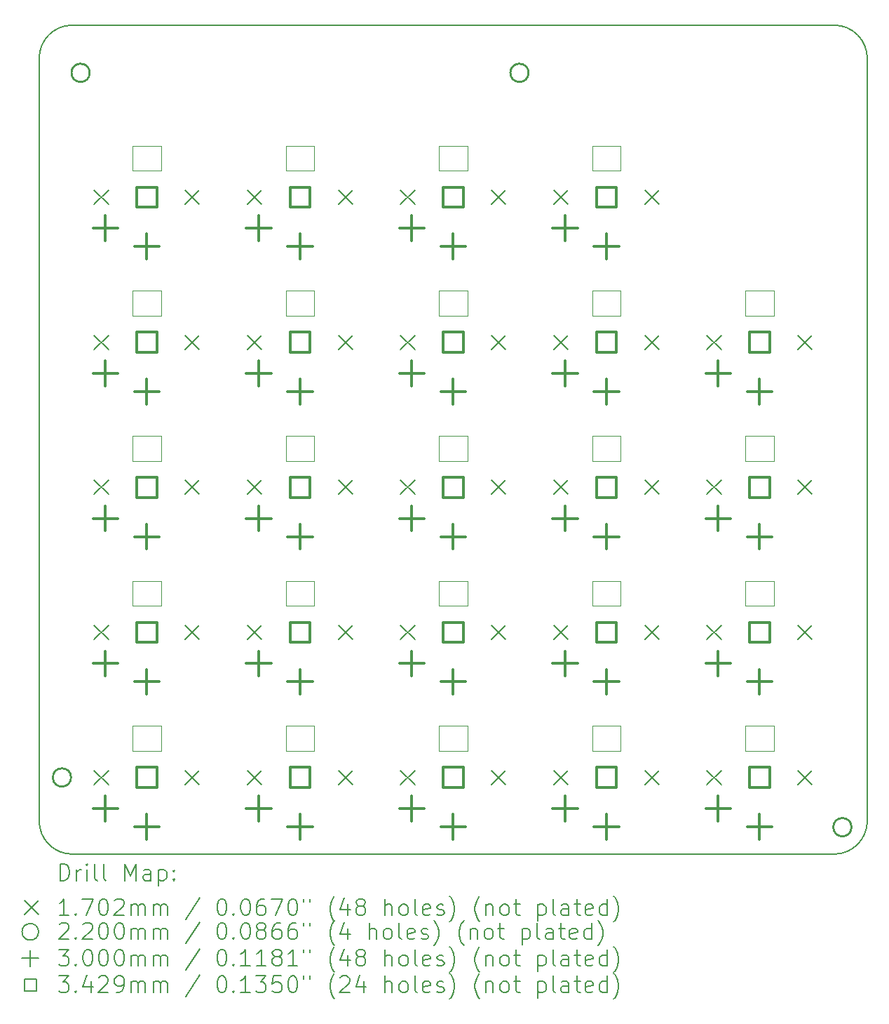
<source format=gbr>
%TF.GenerationSoftware,KiCad,Pcbnew,7.0.10*%
%TF.CreationDate,2024-03-08T11:46:17+01:00*%
%TF.ProjectId,eepypad,65657079-7061-4642-9e6b-696361645f70,1.0*%
%TF.SameCoordinates,Original*%
%TF.FileFunction,Drillmap*%
%TF.FilePolarity,Positive*%
%FSLAX45Y45*%
G04 Gerber Fmt 4.5, Leading zero omitted, Abs format (unit mm)*
G04 Created by KiCad (PCBNEW 7.0.10) date 2024-03-08 11:46:17*
%MOMM*%
%LPD*%
G01*
G04 APERTURE LIST*
%ADD10C,0.150000*%
%ADD11C,0.120000*%
%ADD12C,0.200000*%
%ADD13C,0.170180*%
%ADD14C,0.220000*%
%ADD15C,0.300000*%
%ADD16C,0.342900*%
G04 APERTURE END LIST*
D10*
X9100000Y-15925000D02*
X18300000Y-15925000D01*
X8700000Y-6325000D02*
X8700000Y-15525000D01*
X18700000Y-6325000D02*
G75*
G03*
X18300000Y-5925000I-400000J0D01*
G01*
X18700000Y-15525000D02*
X18700000Y-6325000D01*
X8700000Y-15525000D02*
G75*
G03*
X9100000Y-15925000I400000J0D01*
G01*
X18300000Y-5925000D02*
X9100000Y-5925000D01*
X9100000Y-5925000D02*
G75*
G03*
X8700000Y-6325000I0J-400000D01*
G01*
X18300000Y-15925000D02*
G75*
G03*
X18700000Y-15525000I0J400000D01*
G01*
D11*
X13530000Y-7380000D02*
X13870000Y-7380000D01*
X13530000Y-7680000D02*
X13530000Y-7380000D01*
X13870000Y-7380000D02*
X13870000Y-7680000D01*
X13870000Y-7680000D02*
X13530000Y-7680000D01*
X12020000Y-9430000D02*
X11680000Y-9430000D01*
X12020000Y-9130000D02*
X12020000Y-9430000D01*
X11680000Y-9430000D02*
X11680000Y-9130000D01*
X11680000Y-9130000D02*
X12020000Y-9130000D01*
X15380000Y-7380000D02*
X15720000Y-7380000D01*
X15380000Y-7680000D02*
X15380000Y-7380000D01*
X15720000Y-7380000D02*
X15720000Y-7680000D01*
X15720000Y-7680000D02*
X15380000Y-7680000D01*
X10170000Y-9430000D02*
X9830000Y-9430000D01*
X10170000Y-9130000D02*
X10170000Y-9430000D01*
X9830000Y-9430000D02*
X9830000Y-9130000D01*
X9830000Y-9130000D02*
X10170000Y-9130000D01*
X11680000Y-10880000D02*
X12020000Y-10880000D01*
X11680000Y-11180000D02*
X11680000Y-10880000D01*
X12020000Y-10880000D02*
X12020000Y-11180000D01*
X12020000Y-11180000D02*
X11680000Y-11180000D01*
X11680000Y-14380000D02*
X12020000Y-14380000D01*
X11680000Y-14680000D02*
X11680000Y-14380000D01*
X12020000Y-14380000D02*
X12020000Y-14680000D01*
X12020000Y-14680000D02*
X11680000Y-14680000D01*
X9830000Y-10880000D02*
X10170000Y-10880000D01*
X9830000Y-11180000D02*
X9830000Y-10880000D01*
X10170000Y-10880000D02*
X10170000Y-11180000D01*
X10170000Y-11180000D02*
X9830000Y-11180000D01*
X12020000Y-12930000D02*
X11680000Y-12930000D01*
X12020000Y-12630000D02*
X12020000Y-12930000D01*
X11680000Y-12930000D02*
X11680000Y-12630000D01*
X11680000Y-12630000D02*
X12020000Y-12630000D01*
X17570000Y-12930000D02*
X17230000Y-12930000D01*
X17570000Y-12630000D02*
X17570000Y-12930000D01*
X17230000Y-12930000D02*
X17230000Y-12630000D01*
X17230000Y-12630000D02*
X17570000Y-12630000D01*
X15380000Y-14380000D02*
X15720000Y-14380000D01*
X15380000Y-14680000D02*
X15380000Y-14380000D01*
X15720000Y-14380000D02*
X15720000Y-14680000D01*
X15720000Y-14680000D02*
X15380000Y-14680000D01*
X13530000Y-10880000D02*
X13870000Y-10880000D01*
X13530000Y-11180000D02*
X13530000Y-10880000D01*
X13870000Y-10880000D02*
X13870000Y-11180000D01*
X13870000Y-11180000D02*
X13530000Y-11180000D01*
X9830000Y-14380000D02*
X10170000Y-14380000D01*
X9830000Y-14680000D02*
X9830000Y-14380000D01*
X10170000Y-14380000D02*
X10170000Y-14680000D01*
X10170000Y-14680000D02*
X9830000Y-14680000D01*
X9830000Y-7380000D02*
X10170000Y-7380000D01*
X9830000Y-7680000D02*
X9830000Y-7380000D01*
X10170000Y-7380000D02*
X10170000Y-7680000D01*
X10170000Y-7680000D02*
X9830000Y-7680000D01*
X10170000Y-12930000D02*
X9830000Y-12930000D01*
X10170000Y-12630000D02*
X10170000Y-12930000D01*
X9830000Y-12930000D02*
X9830000Y-12630000D01*
X9830000Y-12630000D02*
X10170000Y-12630000D01*
X13870000Y-12930000D02*
X13530000Y-12930000D01*
X13870000Y-12630000D02*
X13870000Y-12930000D01*
X13530000Y-12930000D02*
X13530000Y-12630000D01*
X13530000Y-12630000D02*
X13870000Y-12630000D01*
X17570000Y-9430000D02*
X17230000Y-9430000D01*
X17570000Y-9130000D02*
X17570000Y-9430000D01*
X17230000Y-9430000D02*
X17230000Y-9130000D01*
X17230000Y-9130000D02*
X17570000Y-9130000D01*
X15720000Y-9430000D02*
X15380000Y-9430000D01*
X15720000Y-9130000D02*
X15720000Y-9430000D01*
X15380000Y-9430000D02*
X15380000Y-9130000D01*
X15380000Y-9130000D02*
X15720000Y-9130000D01*
X15380000Y-10880000D02*
X15720000Y-10880000D01*
X15380000Y-11180000D02*
X15380000Y-10880000D01*
X15720000Y-10880000D02*
X15720000Y-11180000D01*
X15720000Y-11180000D02*
X15380000Y-11180000D01*
X13530000Y-14380000D02*
X13870000Y-14380000D01*
X13530000Y-14680000D02*
X13530000Y-14380000D01*
X13870000Y-14380000D02*
X13870000Y-14680000D01*
X13870000Y-14680000D02*
X13530000Y-14680000D01*
X13870000Y-9430000D02*
X13530000Y-9430000D01*
X13870000Y-9130000D02*
X13870000Y-9430000D01*
X13530000Y-9430000D02*
X13530000Y-9130000D01*
X13530000Y-9130000D02*
X13870000Y-9130000D01*
X17230000Y-10880000D02*
X17570000Y-10880000D01*
X17230000Y-11180000D02*
X17230000Y-10880000D01*
X17570000Y-10880000D02*
X17570000Y-11180000D01*
X17570000Y-11180000D02*
X17230000Y-11180000D01*
X17230000Y-14380000D02*
X17570000Y-14380000D01*
X17230000Y-14680000D02*
X17230000Y-14380000D01*
X17570000Y-14380000D02*
X17570000Y-14680000D01*
X17570000Y-14680000D02*
X17230000Y-14680000D01*
X11680000Y-7380000D02*
X12020000Y-7380000D01*
X11680000Y-7680000D02*
X11680000Y-7380000D01*
X12020000Y-7380000D02*
X12020000Y-7680000D01*
X12020000Y-7680000D02*
X11680000Y-7680000D01*
X15720000Y-12930000D02*
X15380000Y-12930000D01*
X15720000Y-12630000D02*
X15720000Y-12930000D01*
X15380000Y-12930000D02*
X15380000Y-12630000D01*
X15380000Y-12630000D02*
X15720000Y-12630000D01*
D12*
D13*
X9364910Y-7914910D02*
X9535090Y-8085090D01*
X9535090Y-7914910D02*
X9364910Y-8085090D01*
X9364910Y-9664910D02*
X9535090Y-9835090D01*
X9535090Y-9664910D02*
X9364910Y-9835090D01*
X9364910Y-11414910D02*
X9535090Y-11585090D01*
X9535090Y-11414910D02*
X9364910Y-11585090D01*
X9364910Y-13164910D02*
X9535090Y-13335090D01*
X9535090Y-13164910D02*
X9364910Y-13335090D01*
X9364910Y-14914910D02*
X9535090Y-15085090D01*
X9535090Y-14914910D02*
X9364910Y-15085090D01*
X10464910Y-7914910D02*
X10635090Y-8085090D01*
X10635090Y-7914910D02*
X10464910Y-8085090D01*
X10464910Y-9664910D02*
X10635090Y-9835090D01*
X10635090Y-9664910D02*
X10464910Y-9835090D01*
X10464910Y-11414910D02*
X10635090Y-11585090D01*
X10635090Y-11414910D02*
X10464910Y-11585090D01*
X10464910Y-13164910D02*
X10635090Y-13335090D01*
X10635090Y-13164910D02*
X10464910Y-13335090D01*
X10464910Y-14914910D02*
X10635090Y-15085090D01*
X10635090Y-14914910D02*
X10464910Y-15085090D01*
X11214910Y-7914910D02*
X11385090Y-8085090D01*
X11385090Y-7914910D02*
X11214910Y-8085090D01*
X11214910Y-9664910D02*
X11385090Y-9835090D01*
X11385090Y-9664910D02*
X11214910Y-9835090D01*
X11214910Y-11414910D02*
X11385090Y-11585090D01*
X11385090Y-11414910D02*
X11214910Y-11585090D01*
X11214910Y-13164910D02*
X11385090Y-13335090D01*
X11385090Y-13164910D02*
X11214910Y-13335090D01*
X11214910Y-14914910D02*
X11385090Y-15085090D01*
X11385090Y-14914910D02*
X11214910Y-15085090D01*
X12314910Y-7914910D02*
X12485090Y-8085090D01*
X12485090Y-7914910D02*
X12314910Y-8085090D01*
X12314910Y-9664910D02*
X12485090Y-9835090D01*
X12485090Y-9664910D02*
X12314910Y-9835090D01*
X12314910Y-11414910D02*
X12485090Y-11585090D01*
X12485090Y-11414910D02*
X12314910Y-11585090D01*
X12314910Y-13164910D02*
X12485090Y-13335090D01*
X12485090Y-13164910D02*
X12314910Y-13335090D01*
X12314910Y-14914910D02*
X12485090Y-15085090D01*
X12485090Y-14914910D02*
X12314910Y-15085090D01*
X13064910Y-7914910D02*
X13235090Y-8085090D01*
X13235090Y-7914910D02*
X13064910Y-8085090D01*
X13064910Y-9664910D02*
X13235090Y-9835090D01*
X13235090Y-9664910D02*
X13064910Y-9835090D01*
X13064910Y-11414910D02*
X13235090Y-11585090D01*
X13235090Y-11414910D02*
X13064910Y-11585090D01*
X13064910Y-13164910D02*
X13235090Y-13335090D01*
X13235090Y-13164910D02*
X13064910Y-13335090D01*
X13064910Y-14914910D02*
X13235090Y-15085090D01*
X13235090Y-14914910D02*
X13064910Y-15085090D01*
X14164910Y-7914910D02*
X14335090Y-8085090D01*
X14335090Y-7914910D02*
X14164910Y-8085090D01*
X14164910Y-9664910D02*
X14335090Y-9835090D01*
X14335090Y-9664910D02*
X14164910Y-9835090D01*
X14164910Y-11414910D02*
X14335090Y-11585090D01*
X14335090Y-11414910D02*
X14164910Y-11585090D01*
X14164910Y-13164910D02*
X14335090Y-13335090D01*
X14335090Y-13164910D02*
X14164910Y-13335090D01*
X14164910Y-14914910D02*
X14335090Y-15085090D01*
X14335090Y-14914910D02*
X14164910Y-15085090D01*
X14914910Y-7914910D02*
X15085090Y-8085090D01*
X15085090Y-7914910D02*
X14914910Y-8085090D01*
X14914910Y-9664910D02*
X15085090Y-9835090D01*
X15085090Y-9664910D02*
X14914910Y-9835090D01*
X14914910Y-11414910D02*
X15085090Y-11585090D01*
X15085090Y-11414910D02*
X14914910Y-11585090D01*
X14914910Y-13164910D02*
X15085090Y-13335090D01*
X15085090Y-13164910D02*
X14914910Y-13335090D01*
X14914910Y-14914910D02*
X15085090Y-15085090D01*
X15085090Y-14914910D02*
X14914910Y-15085090D01*
X16014910Y-7914910D02*
X16185090Y-8085090D01*
X16185090Y-7914910D02*
X16014910Y-8085090D01*
X16014910Y-9664910D02*
X16185090Y-9835090D01*
X16185090Y-9664910D02*
X16014910Y-9835090D01*
X16014910Y-11414910D02*
X16185090Y-11585090D01*
X16185090Y-11414910D02*
X16014910Y-11585090D01*
X16014910Y-13164910D02*
X16185090Y-13335090D01*
X16185090Y-13164910D02*
X16014910Y-13335090D01*
X16014910Y-14914910D02*
X16185090Y-15085090D01*
X16185090Y-14914910D02*
X16014910Y-15085090D01*
X16764910Y-9664910D02*
X16935090Y-9835090D01*
X16935090Y-9664910D02*
X16764910Y-9835090D01*
X16764910Y-11414910D02*
X16935090Y-11585090D01*
X16935090Y-11414910D02*
X16764910Y-11585090D01*
X16764910Y-13164910D02*
X16935090Y-13335090D01*
X16935090Y-13164910D02*
X16764910Y-13335090D01*
X16764910Y-14914910D02*
X16935090Y-15085090D01*
X16935090Y-14914910D02*
X16764910Y-15085090D01*
X17864910Y-9664910D02*
X18035090Y-9835090D01*
X18035090Y-9664910D02*
X17864910Y-9835090D01*
X17864910Y-11414910D02*
X18035090Y-11585090D01*
X18035090Y-11414910D02*
X17864910Y-11585090D01*
X17864910Y-13164910D02*
X18035090Y-13335090D01*
X18035090Y-13164910D02*
X17864910Y-13335090D01*
X17864910Y-14914910D02*
X18035090Y-15085090D01*
X18035090Y-14914910D02*
X17864910Y-15085090D01*
D14*
X9085000Y-15000000D02*
G75*
G03*
X8865000Y-15000000I-110000J0D01*
G01*
X8865000Y-15000000D02*
G75*
G03*
X9085000Y-15000000I110000J0D01*
G01*
X9310000Y-6500000D02*
G75*
G03*
X9090000Y-6500000I-110000J0D01*
G01*
X9090000Y-6500000D02*
G75*
G03*
X9310000Y-6500000I110000J0D01*
G01*
X14610000Y-6500000D02*
G75*
G03*
X14390000Y-6500000I-110000J0D01*
G01*
X14390000Y-6500000D02*
G75*
G03*
X14610000Y-6500000I110000J0D01*
G01*
X18510000Y-15600000D02*
G75*
G03*
X18290000Y-15600000I-110000J0D01*
G01*
X18290000Y-15600000D02*
G75*
G03*
X18510000Y-15600000I110000J0D01*
G01*
D15*
X9500000Y-8225000D02*
X9500000Y-8525000D01*
X9350000Y-8375000D02*
X9650000Y-8375000D01*
X9500000Y-9975000D02*
X9500000Y-10275000D01*
X9350000Y-10125000D02*
X9650000Y-10125000D01*
X9500000Y-11725000D02*
X9500000Y-12025000D01*
X9350000Y-11875000D02*
X9650000Y-11875000D01*
X9500000Y-13475000D02*
X9500000Y-13775000D01*
X9350000Y-13625000D02*
X9650000Y-13625000D01*
X9500000Y-15225000D02*
X9500000Y-15525000D01*
X9350000Y-15375000D02*
X9650000Y-15375000D01*
X10000000Y-8445000D02*
X10000000Y-8745000D01*
X9850000Y-8595000D02*
X10150000Y-8595000D01*
X10000000Y-10195000D02*
X10000000Y-10495000D01*
X9850000Y-10345000D02*
X10150000Y-10345000D01*
X10000000Y-11945000D02*
X10000000Y-12245000D01*
X9850000Y-12095000D02*
X10150000Y-12095000D01*
X10000000Y-13695000D02*
X10000000Y-13995000D01*
X9850000Y-13845000D02*
X10150000Y-13845000D01*
X10000000Y-15445000D02*
X10000000Y-15745000D01*
X9850000Y-15595000D02*
X10150000Y-15595000D01*
X11350000Y-8225000D02*
X11350000Y-8525000D01*
X11200000Y-8375000D02*
X11500000Y-8375000D01*
X11350000Y-9975000D02*
X11350000Y-10275000D01*
X11200000Y-10125000D02*
X11500000Y-10125000D01*
X11350000Y-11725000D02*
X11350000Y-12025000D01*
X11200000Y-11875000D02*
X11500000Y-11875000D01*
X11350000Y-13475000D02*
X11350000Y-13775000D01*
X11200000Y-13625000D02*
X11500000Y-13625000D01*
X11350000Y-15225000D02*
X11350000Y-15525000D01*
X11200000Y-15375000D02*
X11500000Y-15375000D01*
X11850000Y-8445000D02*
X11850000Y-8745000D01*
X11700000Y-8595000D02*
X12000000Y-8595000D01*
X11850000Y-10195000D02*
X11850000Y-10495000D01*
X11700000Y-10345000D02*
X12000000Y-10345000D01*
X11850000Y-11945000D02*
X11850000Y-12245000D01*
X11700000Y-12095000D02*
X12000000Y-12095000D01*
X11850000Y-13695000D02*
X11850000Y-13995000D01*
X11700000Y-13845000D02*
X12000000Y-13845000D01*
X11850000Y-15445000D02*
X11850000Y-15745000D01*
X11700000Y-15595000D02*
X12000000Y-15595000D01*
X13200000Y-8225000D02*
X13200000Y-8525000D01*
X13050000Y-8375000D02*
X13350000Y-8375000D01*
X13200000Y-9975000D02*
X13200000Y-10275000D01*
X13050000Y-10125000D02*
X13350000Y-10125000D01*
X13200000Y-11725000D02*
X13200000Y-12025000D01*
X13050000Y-11875000D02*
X13350000Y-11875000D01*
X13200000Y-13475000D02*
X13200000Y-13775000D01*
X13050000Y-13625000D02*
X13350000Y-13625000D01*
X13200000Y-15225000D02*
X13200000Y-15525000D01*
X13050000Y-15375000D02*
X13350000Y-15375000D01*
X13700000Y-8445000D02*
X13700000Y-8745000D01*
X13550000Y-8595000D02*
X13850000Y-8595000D01*
X13700000Y-10195000D02*
X13700000Y-10495000D01*
X13550000Y-10345000D02*
X13850000Y-10345000D01*
X13700000Y-11945000D02*
X13700000Y-12245000D01*
X13550000Y-12095000D02*
X13850000Y-12095000D01*
X13700000Y-13695000D02*
X13700000Y-13995000D01*
X13550000Y-13845000D02*
X13850000Y-13845000D01*
X13700000Y-15445000D02*
X13700000Y-15745000D01*
X13550000Y-15595000D02*
X13850000Y-15595000D01*
X15050000Y-8225000D02*
X15050000Y-8525000D01*
X14900000Y-8375000D02*
X15200000Y-8375000D01*
X15050000Y-9975000D02*
X15050000Y-10275000D01*
X14900000Y-10125000D02*
X15200000Y-10125000D01*
X15050000Y-11725000D02*
X15050000Y-12025000D01*
X14900000Y-11875000D02*
X15200000Y-11875000D01*
X15050000Y-13475000D02*
X15050000Y-13775000D01*
X14900000Y-13625000D02*
X15200000Y-13625000D01*
X15050000Y-15225000D02*
X15050000Y-15525000D01*
X14900000Y-15375000D02*
X15200000Y-15375000D01*
X15550000Y-8445000D02*
X15550000Y-8745000D01*
X15400000Y-8595000D02*
X15700000Y-8595000D01*
X15550000Y-10195000D02*
X15550000Y-10495000D01*
X15400000Y-10345000D02*
X15700000Y-10345000D01*
X15550000Y-11945000D02*
X15550000Y-12245000D01*
X15400000Y-12095000D02*
X15700000Y-12095000D01*
X15550000Y-13695000D02*
X15550000Y-13995000D01*
X15400000Y-13845000D02*
X15700000Y-13845000D01*
X15550000Y-15445000D02*
X15550000Y-15745000D01*
X15400000Y-15595000D02*
X15700000Y-15595000D01*
X16900000Y-9975000D02*
X16900000Y-10275000D01*
X16750000Y-10125000D02*
X17050000Y-10125000D01*
X16900000Y-11725000D02*
X16900000Y-12025000D01*
X16750000Y-11875000D02*
X17050000Y-11875000D01*
X16900000Y-13475000D02*
X16900000Y-13775000D01*
X16750000Y-13625000D02*
X17050000Y-13625000D01*
X16900000Y-15225000D02*
X16900000Y-15525000D01*
X16750000Y-15375000D02*
X17050000Y-15375000D01*
X17400000Y-10195000D02*
X17400000Y-10495000D01*
X17250000Y-10345000D02*
X17550000Y-10345000D01*
X17400000Y-11945000D02*
X17400000Y-12245000D01*
X17250000Y-12095000D02*
X17550000Y-12095000D01*
X17400000Y-13695000D02*
X17400000Y-13995000D01*
X17250000Y-13845000D02*
X17550000Y-13845000D01*
X17400000Y-15445000D02*
X17400000Y-15745000D01*
X17250000Y-15595000D02*
X17550000Y-15595000D01*
D16*
X10121235Y-8121235D02*
X10121235Y-7878765D01*
X9878765Y-7878765D01*
X9878765Y-8121235D01*
X10121235Y-8121235D01*
X10121235Y-9871235D02*
X10121235Y-9628765D01*
X9878765Y-9628765D01*
X9878765Y-9871235D01*
X10121235Y-9871235D01*
X10121235Y-11621235D02*
X10121235Y-11378765D01*
X9878765Y-11378765D01*
X9878765Y-11621235D01*
X10121235Y-11621235D01*
X10121235Y-13371235D02*
X10121235Y-13128765D01*
X9878765Y-13128765D01*
X9878765Y-13371235D01*
X10121235Y-13371235D01*
X10121235Y-15121235D02*
X10121235Y-14878765D01*
X9878765Y-14878765D01*
X9878765Y-15121235D01*
X10121235Y-15121235D01*
X11971235Y-8121235D02*
X11971235Y-7878765D01*
X11728765Y-7878765D01*
X11728765Y-8121235D01*
X11971235Y-8121235D01*
X11971235Y-9871235D02*
X11971235Y-9628765D01*
X11728765Y-9628765D01*
X11728765Y-9871235D01*
X11971235Y-9871235D01*
X11971235Y-11621235D02*
X11971235Y-11378765D01*
X11728765Y-11378765D01*
X11728765Y-11621235D01*
X11971235Y-11621235D01*
X11971235Y-13371235D02*
X11971235Y-13128765D01*
X11728765Y-13128765D01*
X11728765Y-13371235D01*
X11971235Y-13371235D01*
X11971235Y-15121235D02*
X11971235Y-14878765D01*
X11728765Y-14878765D01*
X11728765Y-15121235D01*
X11971235Y-15121235D01*
X13821235Y-8121235D02*
X13821235Y-7878765D01*
X13578765Y-7878765D01*
X13578765Y-8121235D01*
X13821235Y-8121235D01*
X13821235Y-9871235D02*
X13821235Y-9628765D01*
X13578765Y-9628765D01*
X13578765Y-9871235D01*
X13821235Y-9871235D01*
X13821235Y-11621235D02*
X13821235Y-11378765D01*
X13578765Y-11378765D01*
X13578765Y-11621235D01*
X13821235Y-11621235D01*
X13821235Y-13371235D02*
X13821235Y-13128765D01*
X13578765Y-13128765D01*
X13578765Y-13371235D01*
X13821235Y-13371235D01*
X13821235Y-15121235D02*
X13821235Y-14878765D01*
X13578765Y-14878765D01*
X13578765Y-15121235D01*
X13821235Y-15121235D01*
X15671235Y-8121235D02*
X15671235Y-7878765D01*
X15428765Y-7878765D01*
X15428765Y-8121235D01*
X15671235Y-8121235D01*
X15671235Y-9871235D02*
X15671235Y-9628765D01*
X15428765Y-9628765D01*
X15428765Y-9871235D01*
X15671235Y-9871235D01*
X15671235Y-11621235D02*
X15671235Y-11378765D01*
X15428765Y-11378765D01*
X15428765Y-11621235D01*
X15671235Y-11621235D01*
X15671235Y-13371235D02*
X15671235Y-13128765D01*
X15428765Y-13128765D01*
X15428765Y-13371235D01*
X15671235Y-13371235D01*
X15671235Y-15121235D02*
X15671235Y-14878765D01*
X15428765Y-14878765D01*
X15428765Y-15121235D01*
X15671235Y-15121235D01*
X17521235Y-9871235D02*
X17521235Y-9628765D01*
X17278765Y-9628765D01*
X17278765Y-9871235D01*
X17521235Y-9871235D01*
X17521235Y-11621235D02*
X17521235Y-11378765D01*
X17278765Y-11378765D01*
X17278765Y-11621235D01*
X17521235Y-11621235D01*
X17521235Y-13371235D02*
X17521235Y-13128765D01*
X17278765Y-13128765D01*
X17278765Y-13371235D01*
X17521235Y-13371235D01*
X17521235Y-15121235D02*
X17521235Y-14878765D01*
X17278765Y-14878765D01*
X17278765Y-15121235D01*
X17521235Y-15121235D01*
D12*
X8953277Y-16243984D02*
X8953277Y-16043984D01*
X8953277Y-16043984D02*
X9000896Y-16043984D01*
X9000896Y-16043984D02*
X9029467Y-16053508D01*
X9029467Y-16053508D02*
X9048515Y-16072555D01*
X9048515Y-16072555D02*
X9058039Y-16091603D01*
X9058039Y-16091603D02*
X9067563Y-16129698D01*
X9067563Y-16129698D02*
X9067563Y-16158269D01*
X9067563Y-16158269D02*
X9058039Y-16196365D01*
X9058039Y-16196365D02*
X9048515Y-16215412D01*
X9048515Y-16215412D02*
X9029467Y-16234460D01*
X9029467Y-16234460D02*
X9000896Y-16243984D01*
X9000896Y-16243984D02*
X8953277Y-16243984D01*
X9153277Y-16243984D02*
X9153277Y-16110650D01*
X9153277Y-16148746D02*
X9162801Y-16129698D01*
X9162801Y-16129698D02*
X9172324Y-16120174D01*
X9172324Y-16120174D02*
X9191372Y-16110650D01*
X9191372Y-16110650D02*
X9210420Y-16110650D01*
X9277086Y-16243984D02*
X9277086Y-16110650D01*
X9277086Y-16043984D02*
X9267563Y-16053508D01*
X9267563Y-16053508D02*
X9277086Y-16063031D01*
X9277086Y-16063031D02*
X9286610Y-16053508D01*
X9286610Y-16053508D02*
X9277086Y-16043984D01*
X9277086Y-16043984D02*
X9277086Y-16063031D01*
X9400896Y-16243984D02*
X9381848Y-16234460D01*
X9381848Y-16234460D02*
X9372324Y-16215412D01*
X9372324Y-16215412D02*
X9372324Y-16043984D01*
X9505658Y-16243984D02*
X9486610Y-16234460D01*
X9486610Y-16234460D02*
X9477086Y-16215412D01*
X9477086Y-16215412D02*
X9477086Y-16043984D01*
X9734229Y-16243984D02*
X9734229Y-16043984D01*
X9734229Y-16043984D02*
X9800896Y-16186841D01*
X9800896Y-16186841D02*
X9867563Y-16043984D01*
X9867563Y-16043984D02*
X9867563Y-16243984D01*
X10048515Y-16243984D02*
X10048515Y-16139222D01*
X10048515Y-16139222D02*
X10038991Y-16120174D01*
X10038991Y-16120174D02*
X10019944Y-16110650D01*
X10019944Y-16110650D02*
X9981848Y-16110650D01*
X9981848Y-16110650D02*
X9962801Y-16120174D01*
X10048515Y-16234460D02*
X10029467Y-16243984D01*
X10029467Y-16243984D02*
X9981848Y-16243984D01*
X9981848Y-16243984D02*
X9962801Y-16234460D01*
X9962801Y-16234460D02*
X9953277Y-16215412D01*
X9953277Y-16215412D02*
X9953277Y-16196365D01*
X9953277Y-16196365D02*
X9962801Y-16177317D01*
X9962801Y-16177317D02*
X9981848Y-16167793D01*
X9981848Y-16167793D02*
X10029467Y-16167793D01*
X10029467Y-16167793D02*
X10048515Y-16158269D01*
X10143753Y-16110650D02*
X10143753Y-16310650D01*
X10143753Y-16120174D02*
X10162801Y-16110650D01*
X10162801Y-16110650D02*
X10200896Y-16110650D01*
X10200896Y-16110650D02*
X10219944Y-16120174D01*
X10219944Y-16120174D02*
X10229467Y-16129698D01*
X10229467Y-16129698D02*
X10238991Y-16148746D01*
X10238991Y-16148746D02*
X10238991Y-16205888D01*
X10238991Y-16205888D02*
X10229467Y-16224936D01*
X10229467Y-16224936D02*
X10219944Y-16234460D01*
X10219944Y-16234460D02*
X10200896Y-16243984D01*
X10200896Y-16243984D02*
X10162801Y-16243984D01*
X10162801Y-16243984D02*
X10143753Y-16234460D01*
X10324705Y-16224936D02*
X10334229Y-16234460D01*
X10334229Y-16234460D02*
X10324705Y-16243984D01*
X10324705Y-16243984D02*
X10315182Y-16234460D01*
X10315182Y-16234460D02*
X10324705Y-16224936D01*
X10324705Y-16224936D02*
X10324705Y-16243984D01*
X10324705Y-16120174D02*
X10334229Y-16129698D01*
X10334229Y-16129698D02*
X10324705Y-16139222D01*
X10324705Y-16139222D02*
X10315182Y-16129698D01*
X10315182Y-16129698D02*
X10324705Y-16120174D01*
X10324705Y-16120174D02*
X10324705Y-16139222D01*
D13*
X8522320Y-16487410D02*
X8692500Y-16657590D01*
X8692500Y-16487410D02*
X8522320Y-16657590D01*
D12*
X9058039Y-16663984D02*
X8943753Y-16663984D01*
X9000896Y-16663984D02*
X9000896Y-16463984D01*
X9000896Y-16463984D02*
X8981848Y-16492555D01*
X8981848Y-16492555D02*
X8962801Y-16511603D01*
X8962801Y-16511603D02*
X8943753Y-16521127D01*
X9143753Y-16644936D02*
X9153277Y-16654460D01*
X9153277Y-16654460D02*
X9143753Y-16663984D01*
X9143753Y-16663984D02*
X9134229Y-16654460D01*
X9134229Y-16654460D02*
X9143753Y-16644936D01*
X9143753Y-16644936D02*
X9143753Y-16663984D01*
X9219944Y-16463984D02*
X9353277Y-16463984D01*
X9353277Y-16463984D02*
X9267563Y-16663984D01*
X9467563Y-16463984D02*
X9486610Y-16463984D01*
X9486610Y-16463984D02*
X9505658Y-16473508D01*
X9505658Y-16473508D02*
X9515182Y-16483031D01*
X9515182Y-16483031D02*
X9524705Y-16502079D01*
X9524705Y-16502079D02*
X9534229Y-16540174D01*
X9534229Y-16540174D02*
X9534229Y-16587793D01*
X9534229Y-16587793D02*
X9524705Y-16625888D01*
X9524705Y-16625888D02*
X9515182Y-16644936D01*
X9515182Y-16644936D02*
X9505658Y-16654460D01*
X9505658Y-16654460D02*
X9486610Y-16663984D01*
X9486610Y-16663984D02*
X9467563Y-16663984D01*
X9467563Y-16663984D02*
X9448515Y-16654460D01*
X9448515Y-16654460D02*
X9438991Y-16644936D01*
X9438991Y-16644936D02*
X9429467Y-16625888D01*
X9429467Y-16625888D02*
X9419944Y-16587793D01*
X9419944Y-16587793D02*
X9419944Y-16540174D01*
X9419944Y-16540174D02*
X9429467Y-16502079D01*
X9429467Y-16502079D02*
X9438991Y-16483031D01*
X9438991Y-16483031D02*
X9448515Y-16473508D01*
X9448515Y-16473508D02*
X9467563Y-16463984D01*
X9610420Y-16483031D02*
X9619944Y-16473508D01*
X9619944Y-16473508D02*
X9638991Y-16463984D01*
X9638991Y-16463984D02*
X9686610Y-16463984D01*
X9686610Y-16463984D02*
X9705658Y-16473508D01*
X9705658Y-16473508D02*
X9715182Y-16483031D01*
X9715182Y-16483031D02*
X9724705Y-16502079D01*
X9724705Y-16502079D02*
X9724705Y-16521127D01*
X9724705Y-16521127D02*
X9715182Y-16549698D01*
X9715182Y-16549698D02*
X9600896Y-16663984D01*
X9600896Y-16663984D02*
X9724705Y-16663984D01*
X9810420Y-16663984D02*
X9810420Y-16530650D01*
X9810420Y-16549698D02*
X9819944Y-16540174D01*
X9819944Y-16540174D02*
X9838991Y-16530650D01*
X9838991Y-16530650D02*
X9867563Y-16530650D01*
X9867563Y-16530650D02*
X9886610Y-16540174D01*
X9886610Y-16540174D02*
X9896134Y-16559222D01*
X9896134Y-16559222D02*
X9896134Y-16663984D01*
X9896134Y-16559222D02*
X9905658Y-16540174D01*
X9905658Y-16540174D02*
X9924705Y-16530650D01*
X9924705Y-16530650D02*
X9953277Y-16530650D01*
X9953277Y-16530650D02*
X9972325Y-16540174D01*
X9972325Y-16540174D02*
X9981848Y-16559222D01*
X9981848Y-16559222D02*
X9981848Y-16663984D01*
X10077086Y-16663984D02*
X10077086Y-16530650D01*
X10077086Y-16549698D02*
X10086610Y-16540174D01*
X10086610Y-16540174D02*
X10105658Y-16530650D01*
X10105658Y-16530650D02*
X10134229Y-16530650D01*
X10134229Y-16530650D02*
X10153277Y-16540174D01*
X10153277Y-16540174D02*
X10162801Y-16559222D01*
X10162801Y-16559222D02*
X10162801Y-16663984D01*
X10162801Y-16559222D02*
X10172325Y-16540174D01*
X10172325Y-16540174D02*
X10191372Y-16530650D01*
X10191372Y-16530650D02*
X10219944Y-16530650D01*
X10219944Y-16530650D02*
X10238991Y-16540174D01*
X10238991Y-16540174D02*
X10248515Y-16559222D01*
X10248515Y-16559222D02*
X10248515Y-16663984D01*
X10638991Y-16454460D02*
X10467563Y-16711603D01*
X10896134Y-16463984D02*
X10915182Y-16463984D01*
X10915182Y-16463984D02*
X10934229Y-16473508D01*
X10934229Y-16473508D02*
X10943753Y-16483031D01*
X10943753Y-16483031D02*
X10953277Y-16502079D01*
X10953277Y-16502079D02*
X10962801Y-16540174D01*
X10962801Y-16540174D02*
X10962801Y-16587793D01*
X10962801Y-16587793D02*
X10953277Y-16625888D01*
X10953277Y-16625888D02*
X10943753Y-16644936D01*
X10943753Y-16644936D02*
X10934229Y-16654460D01*
X10934229Y-16654460D02*
X10915182Y-16663984D01*
X10915182Y-16663984D02*
X10896134Y-16663984D01*
X10896134Y-16663984D02*
X10877087Y-16654460D01*
X10877087Y-16654460D02*
X10867563Y-16644936D01*
X10867563Y-16644936D02*
X10858039Y-16625888D01*
X10858039Y-16625888D02*
X10848515Y-16587793D01*
X10848515Y-16587793D02*
X10848515Y-16540174D01*
X10848515Y-16540174D02*
X10858039Y-16502079D01*
X10858039Y-16502079D02*
X10867563Y-16483031D01*
X10867563Y-16483031D02*
X10877087Y-16473508D01*
X10877087Y-16473508D02*
X10896134Y-16463984D01*
X11048515Y-16644936D02*
X11058039Y-16654460D01*
X11058039Y-16654460D02*
X11048515Y-16663984D01*
X11048515Y-16663984D02*
X11038991Y-16654460D01*
X11038991Y-16654460D02*
X11048515Y-16644936D01*
X11048515Y-16644936D02*
X11048515Y-16663984D01*
X11181848Y-16463984D02*
X11200896Y-16463984D01*
X11200896Y-16463984D02*
X11219944Y-16473508D01*
X11219944Y-16473508D02*
X11229467Y-16483031D01*
X11229467Y-16483031D02*
X11238991Y-16502079D01*
X11238991Y-16502079D02*
X11248515Y-16540174D01*
X11248515Y-16540174D02*
X11248515Y-16587793D01*
X11248515Y-16587793D02*
X11238991Y-16625888D01*
X11238991Y-16625888D02*
X11229467Y-16644936D01*
X11229467Y-16644936D02*
X11219944Y-16654460D01*
X11219944Y-16654460D02*
X11200896Y-16663984D01*
X11200896Y-16663984D02*
X11181848Y-16663984D01*
X11181848Y-16663984D02*
X11162801Y-16654460D01*
X11162801Y-16654460D02*
X11153277Y-16644936D01*
X11153277Y-16644936D02*
X11143753Y-16625888D01*
X11143753Y-16625888D02*
X11134229Y-16587793D01*
X11134229Y-16587793D02*
X11134229Y-16540174D01*
X11134229Y-16540174D02*
X11143753Y-16502079D01*
X11143753Y-16502079D02*
X11153277Y-16483031D01*
X11153277Y-16483031D02*
X11162801Y-16473508D01*
X11162801Y-16473508D02*
X11181848Y-16463984D01*
X11419944Y-16463984D02*
X11381848Y-16463984D01*
X11381848Y-16463984D02*
X11362801Y-16473508D01*
X11362801Y-16473508D02*
X11353277Y-16483031D01*
X11353277Y-16483031D02*
X11334229Y-16511603D01*
X11334229Y-16511603D02*
X11324706Y-16549698D01*
X11324706Y-16549698D02*
X11324706Y-16625888D01*
X11324706Y-16625888D02*
X11334229Y-16644936D01*
X11334229Y-16644936D02*
X11343753Y-16654460D01*
X11343753Y-16654460D02*
X11362801Y-16663984D01*
X11362801Y-16663984D02*
X11400896Y-16663984D01*
X11400896Y-16663984D02*
X11419944Y-16654460D01*
X11419944Y-16654460D02*
X11429467Y-16644936D01*
X11429467Y-16644936D02*
X11438991Y-16625888D01*
X11438991Y-16625888D02*
X11438991Y-16578269D01*
X11438991Y-16578269D02*
X11429467Y-16559222D01*
X11429467Y-16559222D02*
X11419944Y-16549698D01*
X11419944Y-16549698D02*
X11400896Y-16540174D01*
X11400896Y-16540174D02*
X11362801Y-16540174D01*
X11362801Y-16540174D02*
X11343753Y-16549698D01*
X11343753Y-16549698D02*
X11334229Y-16559222D01*
X11334229Y-16559222D02*
X11324706Y-16578269D01*
X11505658Y-16463984D02*
X11638991Y-16463984D01*
X11638991Y-16463984D02*
X11553277Y-16663984D01*
X11753277Y-16463984D02*
X11772325Y-16463984D01*
X11772325Y-16463984D02*
X11791372Y-16473508D01*
X11791372Y-16473508D02*
X11800896Y-16483031D01*
X11800896Y-16483031D02*
X11810420Y-16502079D01*
X11810420Y-16502079D02*
X11819944Y-16540174D01*
X11819944Y-16540174D02*
X11819944Y-16587793D01*
X11819944Y-16587793D02*
X11810420Y-16625888D01*
X11810420Y-16625888D02*
X11800896Y-16644936D01*
X11800896Y-16644936D02*
X11791372Y-16654460D01*
X11791372Y-16654460D02*
X11772325Y-16663984D01*
X11772325Y-16663984D02*
X11753277Y-16663984D01*
X11753277Y-16663984D02*
X11734229Y-16654460D01*
X11734229Y-16654460D02*
X11724706Y-16644936D01*
X11724706Y-16644936D02*
X11715182Y-16625888D01*
X11715182Y-16625888D02*
X11705658Y-16587793D01*
X11705658Y-16587793D02*
X11705658Y-16540174D01*
X11705658Y-16540174D02*
X11715182Y-16502079D01*
X11715182Y-16502079D02*
X11724706Y-16483031D01*
X11724706Y-16483031D02*
X11734229Y-16473508D01*
X11734229Y-16473508D02*
X11753277Y-16463984D01*
X11896134Y-16463984D02*
X11896134Y-16502079D01*
X11972325Y-16463984D02*
X11972325Y-16502079D01*
X12267563Y-16740174D02*
X12258039Y-16730650D01*
X12258039Y-16730650D02*
X12238991Y-16702079D01*
X12238991Y-16702079D02*
X12229468Y-16683031D01*
X12229468Y-16683031D02*
X12219944Y-16654460D01*
X12219944Y-16654460D02*
X12210420Y-16606841D01*
X12210420Y-16606841D02*
X12210420Y-16568746D01*
X12210420Y-16568746D02*
X12219944Y-16521127D01*
X12219944Y-16521127D02*
X12229468Y-16492555D01*
X12229468Y-16492555D02*
X12238991Y-16473508D01*
X12238991Y-16473508D02*
X12258039Y-16444936D01*
X12258039Y-16444936D02*
X12267563Y-16435412D01*
X12429468Y-16530650D02*
X12429468Y-16663984D01*
X12381848Y-16454460D02*
X12334229Y-16597317D01*
X12334229Y-16597317D02*
X12458039Y-16597317D01*
X12562801Y-16549698D02*
X12543753Y-16540174D01*
X12543753Y-16540174D02*
X12534229Y-16530650D01*
X12534229Y-16530650D02*
X12524706Y-16511603D01*
X12524706Y-16511603D02*
X12524706Y-16502079D01*
X12524706Y-16502079D02*
X12534229Y-16483031D01*
X12534229Y-16483031D02*
X12543753Y-16473508D01*
X12543753Y-16473508D02*
X12562801Y-16463984D01*
X12562801Y-16463984D02*
X12600896Y-16463984D01*
X12600896Y-16463984D02*
X12619944Y-16473508D01*
X12619944Y-16473508D02*
X12629468Y-16483031D01*
X12629468Y-16483031D02*
X12638991Y-16502079D01*
X12638991Y-16502079D02*
X12638991Y-16511603D01*
X12638991Y-16511603D02*
X12629468Y-16530650D01*
X12629468Y-16530650D02*
X12619944Y-16540174D01*
X12619944Y-16540174D02*
X12600896Y-16549698D01*
X12600896Y-16549698D02*
X12562801Y-16549698D01*
X12562801Y-16549698D02*
X12543753Y-16559222D01*
X12543753Y-16559222D02*
X12534229Y-16568746D01*
X12534229Y-16568746D02*
X12524706Y-16587793D01*
X12524706Y-16587793D02*
X12524706Y-16625888D01*
X12524706Y-16625888D02*
X12534229Y-16644936D01*
X12534229Y-16644936D02*
X12543753Y-16654460D01*
X12543753Y-16654460D02*
X12562801Y-16663984D01*
X12562801Y-16663984D02*
X12600896Y-16663984D01*
X12600896Y-16663984D02*
X12619944Y-16654460D01*
X12619944Y-16654460D02*
X12629468Y-16644936D01*
X12629468Y-16644936D02*
X12638991Y-16625888D01*
X12638991Y-16625888D02*
X12638991Y-16587793D01*
X12638991Y-16587793D02*
X12629468Y-16568746D01*
X12629468Y-16568746D02*
X12619944Y-16559222D01*
X12619944Y-16559222D02*
X12600896Y-16549698D01*
X12877087Y-16663984D02*
X12877087Y-16463984D01*
X12962801Y-16663984D02*
X12962801Y-16559222D01*
X12962801Y-16559222D02*
X12953277Y-16540174D01*
X12953277Y-16540174D02*
X12934230Y-16530650D01*
X12934230Y-16530650D02*
X12905658Y-16530650D01*
X12905658Y-16530650D02*
X12886610Y-16540174D01*
X12886610Y-16540174D02*
X12877087Y-16549698D01*
X13086610Y-16663984D02*
X13067563Y-16654460D01*
X13067563Y-16654460D02*
X13058039Y-16644936D01*
X13058039Y-16644936D02*
X13048515Y-16625888D01*
X13048515Y-16625888D02*
X13048515Y-16568746D01*
X13048515Y-16568746D02*
X13058039Y-16549698D01*
X13058039Y-16549698D02*
X13067563Y-16540174D01*
X13067563Y-16540174D02*
X13086610Y-16530650D01*
X13086610Y-16530650D02*
X13115182Y-16530650D01*
X13115182Y-16530650D02*
X13134230Y-16540174D01*
X13134230Y-16540174D02*
X13143753Y-16549698D01*
X13143753Y-16549698D02*
X13153277Y-16568746D01*
X13153277Y-16568746D02*
X13153277Y-16625888D01*
X13153277Y-16625888D02*
X13143753Y-16644936D01*
X13143753Y-16644936D02*
X13134230Y-16654460D01*
X13134230Y-16654460D02*
X13115182Y-16663984D01*
X13115182Y-16663984D02*
X13086610Y-16663984D01*
X13267563Y-16663984D02*
X13248515Y-16654460D01*
X13248515Y-16654460D02*
X13238991Y-16635412D01*
X13238991Y-16635412D02*
X13238991Y-16463984D01*
X13419944Y-16654460D02*
X13400896Y-16663984D01*
X13400896Y-16663984D02*
X13362801Y-16663984D01*
X13362801Y-16663984D02*
X13343753Y-16654460D01*
X13343753Y-16654460D02*
X13334230Y-16635412D01*
X13334230Y-16635412D02*
X13334230Y-16559222D01*
X13334230Y-16559222D02*
X13343753Y-16540174D01*
X13343753Y-16540174D02*
X13362801Y-16530650D01*
X13362801Y-16530650D02*
X13400896Y-16530650D01*
X13400896Y-16530650D02*
X13419944Y-16540174D01*
X13419944Y-16540174D02*
X13429468Y-16559222D01*
X13429468Y-16559222D02*
X13429468Y-16578269D01*
X13429468Y-16578269D02*
X13334230Y-16597317D01*
X13505658Y-16654460D02*
X13524706Y-16663984D01*
X13524706Y-16663984D02*
X13562801Y-16663984D01*
X13562801Y-16663984D02*
X13581849Y-16654460D01*
X13581849Y-16654460D02*
X13591372Y-16635412D01*
X13591372Y-16635412D02*
X13591372Y-16625888D01*
X13591372Y-16625888D02*
X13581849Y-16606841D01*
X13581849Y-16606841D02*
X13562801Y-16597317D01*
X13562801Y-16597317D02*
X13534230Y-16597317D01*
X13534230Y-16597317D02*
X13515182Y-16587793D01*
X13515182Y-16587793D02*
X13505658Y-16568746D01*
X13505658Y-16568746D02*
X13505658Y-16559222D01*
X13505658Y-16559222D02*
X13515182Y-16540174D01*
X13515182Y-16540174D02*
X13534230Y-16530650D01*
X13534230Y-16530650D02*
X13562801Y-16530650D01*
X13562801Y-16530650D02*
X13581849Y-16540174D01*
X13658039Y-16740174D02*
X13667563Y-16730650D01*
X13667563Y-16730650D02*
X13686611Y-16702079D01*
X13686611Y-16702079D02*
X13696134Y-16683031D01*
X13696134Y-16683031D02*
X13705658Y-16654460D01*
X13705658Y-16654460D02*
X13715182Y-16606841D01*
X13715182Y-16606841D02*
X13715182Y-16568746D01*
X13715182Y-16568746D02*
X13705658Y-16521127D01*
X13705658Y-16521127D02*
X13696134Y-16492555D01*
X13696134Y-16492555D02*
X13686611Y-16473508D01*
X13686611Y-16473508D02*
X13667563Y-16444936D01*
X13667563Y-16444936D02*
X13658039Y-16435412D01*
X14019944Y-16740174D02*
X14010420Y-16730650D01*
X14010420Y-16730650D02*
X13991372Y-16702079D01*
X13991372Y-16702079D02*
X13981849Y-16683031D01*
X13981849Y-16683031D02*
X13972325Y-16654460D01*
X13972325Y-16654460D02*
X13962801Y-16606841D01*
X13962801Y-16606841D02*
X13962801Y-16568746D01*
X13962801Y-16568746D02*
X13972325Y-16521127D01*
X13972325Y-16521127D02*
X13981849Y-16492555D01*
X13981849Y-16492555D02*
X13991372Y-16473508D01*
X13991372Y-16473508D02*
X14010420Y-16444936D01*
X14010420Y-16444936D02*
X14019944Y-16435412D01*
X14096134Y-16530650D02*
X14096134Y-16663984D01*
X14096134Y-16549698D02*
X14105658Y-16540174D01*
X14105658Y-16540174D02*
X14124706Y-16530650D01*
X14124706Y-16530650D02*
X14153277Y-16530650D01*
X14153277Y-16530650D02*
X14172325Y-16540174D01*
X14172325Y-16540174D02*
X14181849Y-16559222D01*
X14181849Y-16559222D02*
X14181849Y-16663984D01*
X14305658Y-16663984D02*
X14286611Y-16654460D01*
X14286611Y-16654460D02*
X14277087Y-16644936D01*
X14277087Y-16644936D02*
X14267563Y-16625888D01*
X14267563Y-16625888D02*
X14267563Y-16568746D01*
X14267563Y-16568746D02*
X14277087Y-16549698D01*
X14277087Y-16549698D02*
X14286611Y-16540174D01*
X14286611Y-16540174D02*
X14305658Y-16530650D01*
X14305658Y-16530650D02*
X14334230Y-16530650D01*
X14334230Y-16530650D02*
X14353277Y-16540174D01*
X14353277Y-16540174D02*
X14362801Y-16549698D01*
X14362801Y-16549698D02*
X14372325Y-16568746D01*
X14372325Y-16568746D02*
X14372325Y-16625888D01*
X14372325Y-16625888D02*
X14362801Y-16644936D01*
X14362801Y-16644936D02*
X14353277Y-16654460D01*
X14353277Y-16654460D02*
X14334230Y-16663984D01*
X14334230Y-16663984D02*
X14305658Y-16663984D01*
X14429468Y-16530650D02*
X14505658Y-16530650D01*
X14458039Y-16463984D02*
X14458039Y-16635412D01*
X14458039Y-16635412D02*
X14467563Y-16654460D01*
X14467563Y-16654460D02*
X14486611Y-16663984D01*
X14486611Y-16663984D02*
X14505658Y-16663984D01*
X14724706Y-16530650D02*
X14724706Y-16730650D01*
X14724706Y-16540174D02*
X14743753Y-16530650D01*
X14743753Y-16530650D02*
X14781849Y-16530650D01*
X14781849Y-16530650D02*
X14800896Y-16540174D01*
X14800896Y-16540174D02*
X14810420Y-16549698D01*
X14810420Y-16549698D02*
X14819944Y-16568746D01*
X14819944Y-16568746D02*
X14819944Y-16625888D01*
X14819944Y-16625888D02*
X14810420Y-16644936D01*
X14810420Y-16644936D02*
X14800896Y-16654460D01*
X14800896Y-16654460D02*
X14781849Y-16663984D01*
X14781849Y-16663984D02*
X14743753Y-16663984D01*
X14743753Y-16663984D02*
X14724706Y-16654460D01*
X14934230Y-16663984D02*
X14915182Y-16654460D01*
X14915182Y-16654460D02*
X14905658Y-16635412D01*
X14905658Y-16635412D02*
X14905658Y-16463984D01*
X15096134Y-16663984D02*
X15096134Y-16559222D01*
X15096134Y-16559222D02*
X15086611Y-16540174D01*
X15086611Y-16540174D02*
X15067563Y-16530650D01*
X15067563Y-16530650D02*
X15029468Y-16530650D01*
X15029468Y-16530650D02*
X15010420Y-16540174D01*
X15096134Y-16654460D02*
X15077087Y-16663984D01*
X15077087Y-16663984D02*
X15029468Y-16663984D01*
X15029468Y-16663984D02*
X15010420Y-16654460D01*
X15010420Y-16654460D02*
X15000896Y-16635412D01*
X15000896Y-16635412D02*
X15000896Y-16616365D01*
X15000896Y-16616365D02*
X15010420Y-16597317D01*
X15010420Y-16597317D02*
X15029468Y-16587793D01*
X15029468Y-16587793D02*
X15077087Y-16587793D01*
X15077087Y-16587793D02*
X15096134Y-16578269D01*
X15162801Y-16530650D02*
X15238992Y-16530650D01*
X15191373Y-16463984D02*
X15191373Y-16635412D01*
X15191373Y-16635412D02*
X15200896Y-16654460D01*
X15200896Y-16654460D02*
X15219944Y-16663984D01*
X15219944Y-16663984D02*
X15238992Y-16663984D01*
X15381849Y-16654460D02*
X15362801Y-16663984D01*
X15362801Y-16663984D02*
X15324706Y-16663984D01*
X15324706Y-16663984D02*
X15305658Y-16654460D01*
X15305658Y-16654460D02*
X15296134Y-16635412D01*
X15296134Y-16635412D02*
X15296134Y-16559222D01*
X15296134Y-16559222D02*
X15305658Y-16540174D01*
X15305658Y-16540174D02*
X15324706Y-16530650D01*
X15324706Y-16530650D02*
X15362801Y-16530650D01*
X15362801Y-16530650D02*
X15381849Y-16540174D01*
X15381849Y-16540174D02*
X15391373Y-16559222D01*
X15391373Y-16559222D02*
X15391373Y-16578269D01*
X15391373Y-16578269D02*
X15296134Y-16597317D01*
X15562801Y-16663984D02*
X15562801Y-16463984D01*
X15562801Y-16654460D02*
X15543754Y-16663984D01*
X15543754Y-16663984D02*
X15505658Y-16663984D01*
X15505658Y-16663984D02*
X15486611Y-16654460D01*
X15486611Y-16654460D02*
X15477087Y-16644936D01*
X15477087Y-16644936D02*
X15467563Y-16625888D01*
X15467563Y-16625888D02*
X15467563Y-16568746D01*
X15467563Y-16568746D02*
X15477087Y-16549698D01*
X15477087Y-16549698D02*
X15486611Y-16540174D01*
X15486611Y-16540174D02*
X15505658Y-16530650D01*
X15505658Y-16530650D02*
X15543754Y-16530650D01*
X15543754Y-16530650D02*
X15562801Y-16540174D01*
X15638992Y-16740174D02*
X15648515Y-16730650D01*
X15648515Y-16730650D02*
X15667563Y-16702079D01*
X15667563Y-16702079D02*
X15677087Y-16683031D01*
X15677087Y-16683031D02*
X15686611Y-16654460D01*
X15686611Y-16654460D02*
X15696134Y-16606841D01*
X15696134Y-16606841D02*
X15696134Y-16568746D01*
X15696134Y-16568746D02*
X15686611Y-16521127D01*
X15686611Y-16521127D02*
X15677087Y-16492555D01*
X15677087Y-16492555D02*
X15667563Y-16473508D01*
X15667563Y-16473508D02*
X15648515Y-16444936D01*
X15648515Y-16444936D02*
X15638992Y-16435412D01*
X8692500Y-16862680D02*
G75*
G03*
X8492500Y-16862680I-100000J0D01*
G01*
X8492500Y-16862680D02*
G75*
G03*
X8692500Y-16862680I100000J0D01*
G01*
X8943753Y-16773211D02*
X8953277Y-16763688D01*
X8953277Y-16763688D02*
X8972324Y-16754164D01*
X8972324Y-16754164D02*
X9019944Y-16754164D01*
X9019944Y-16754164D02*
X9038991Y-16763688D01*
X9038991Y-16763688D02*
X9048515Y-16773211D01*
X9048515Y-16773211D02*
X9058039Y-16792259D01*
X9058039Y-16792259D02*
X9058039Y-16811307D01*
X9058039Y-16811307D02*
X9048515Y-16839878D01*
X9048515Y-16839878D02*
X8934229Y-16954164D01*
X8934229Y-16954164D02*
X9058039Y-16954164D01*
X9143753Y-16935116D02*
X9153277Y-16944640D01*
X9153277Y-16944640D02*
X9143753Y-16954164D01*
X9143753Y-16954164D02*
X9134229Y-16944640D01*
X9134229Y-16944640D02*
X9143753Y-16935116D01*
X9143753Y-16935116D02*
X9143753Y-16954164D01*
X9229467Y-16773211D02*
X9238991Y-16763688D01*
X9238991Y-16763688D02*
X9258039Y-16754164D01*
X9258039Y-16754164D02*
X9305658Y-16754164D01*
X9305658Y-16754164D02*
X9324705Y-16763688D01*
X9324705Y-16763688D02*
X9334229Y-16773211D01*
X9334229Y-16773211D02*
X9343753Y-16792259D01*
X9343753Y-16792259D02*
X9343753Y-16811307D01*
X9343753Y-16811307D02*
X9334229Y-16839878D01*
X9334229Y-16839878D02*
X9219944Y-16954164D01*
X9219944Y-16954164D02*
X9343753Y-16954164D01*
X9467563Y-16754164D02*
X9486610Y-16754164D01*
X9486610Y-16754164D02*
X9505658Y-16763688D01*
X9505658Y-16763688D02*
X9515182Y-16773211D01*
X9515182Y-16773211D02*
X9524705Y-16792259D01*
X9524705Y-16792259D02*
X9534229Y-16830354D01*
X9534229Y-16830354D02*
X9534229Y-16877973D01*
X9534229Y-16877973D02*
X9524705Y-16916069D01*
X9524705Y-16916069D02*
X9515182Y-16935116D01*
X9515182Y-16935116D02*
X9505658Y-16944640D01*
X9505658Y-16944640D02*
X9486610Y-16954164D01*
X9486610Y-16954164D02*
X9467563Y-16954164D01*
X9467563Y-16954164D02*
X9448515Y-16944640D01*
X9448515Y-16944640D02*
X9438991Y-16935116D01*
X9438991Y-16935116D02*
X9429467Y-16916069D01*
X9429467Y-16916069D02*
X9419944Y-16877973D01*
X9419944Y-16877973D02*
X9419944Y-16830354D01*
X9419944Y-16830354D02*
X9429467Y-16792259D01*
X9429467Y-16792259D02*
X9438991Y-16773211D01*
X9438991Y-16773211D02*
X9448515Y-16763688D01*
X9448515Y-16763688D02*
X9467563Y-16754164D01*
X9658039Y-16754164D02*
X9677086Y-16754164D01*
X9677086Y-16754164D02*
X9696134Y-16763688D01*
X9696134Y-16763688D02*
X9705658Y-16773211D01*
X9705658Y-16773211D02*
X9715182Y-16792259D01*
X9715182Y-16792259D02*
X9724705Y-16830354D01*
X9724705Y-16830354D02*
X9724705Y-16877973D01*
X9724705Y-16877973D02*
X9715182Y-16916069D01*
X9715182Y-16916069D02*
X9705658Y-16935116D01*
X9705658Y-16935116D02*
X9696134Y-16944640D01*
X9696134Y-16944640D02*
X9677086Y-16954164D01*
X9677086Y-16954164D02*
X9658039Y-16954164D01*
X9658039Y-16954164D02*
X9638991Y-16944640D01*
X9638991Y-16944640D02*
X9629467Y-16935116D01*
X9629467Y-16935116D02*
X9619944Y-16916069D01*
X9619944Y-16916069D02*
X9610420Y-16877973D01*
X9610420Y-16877973D02*
X9610420Y-16830354D01*
X9610420Y-16830354D02*
X9619944Y-16792259D01*
X9619944Y-16792259D02*
X9629467Y-16773211D01*
X9629467Y-16773211D02*
X9638991Y-16763688D01*
X9638991Y-16763688D02*
X9658039Y-16754164D01*
X9810420Y-16954164D02*
X9810420Y-16820830D01*
X9810420Y-16839878D02*
X9819944Y-16830354D01*
X9819944Y-16830354D02*
X9838991Y-16820830D01*
X9838991Y-16820830D02*
X9867563Y-16820830D01*
X9867563Y-16820830D02*
X9886610Y-16830354D01*
X9886610Y-16830354D02*
X9896134Y-16849402D01*
X9896134Y-16849402D02*
X9896134Y-16954164D01*
X9896134Y-16849402D02*
X9905658Y-16830354D01*
X9905658Y-16830354D02*
X9924705Y-16820830D01*
X9924705Y-16820830D02*
X9953277Y-16820830D01*
X9953277Y-16820830D02*
X9972325Y-16830354D01*
X9972325Y-16830354D02*
X9981848Y-16849402D01*
X9981848Y-16849402D02*
X9981848Y-16954164D01*
X10077086Y-16954164D02*
X10077086Y-16820830D01*
X10077086Y-16839878D02*
X10086610Y-16830354D01*
X10086610Y-16830354D02*
X10105658Y-16820830D01*
X10105658Y-16820830D02*
X10134229Y-16820830D01*
X10134229Y-16820830D02*
X10153277Y-16830354D01*
X10153277Y-16830354D02*
X10162801Y-16849402D01*
X10162801Y-16849402D02*
X10162801Y-16954164D01*
X10162801Y-16849402D02*
X10172325Y-16830354D01*
X10172325Y-16830354D02*
X10191372Y-16820830D01*
X10191372Y-16820830D02*
X10219944Y-16820830D01*
X10219944Y-16820830D02*
X10238991Y-16830354D01*
X10238991Y-16830354D02*
X10248515Y-16849402D01*
X10248515Y-16849402D02*
X10248515Y-16954164D01*
X10638991Y-16744640D02*
X10467563Y-17001783D01*
X10896134Y-16754164D02*
X10915182Y-16754164D01*
X10915182Y-16754164D02*
X10934229Y-16763688D01*
X10934229Y-16763688D02*
X10943753Y-16773211D01*
X10943753Y-16773211D02*
X10953277Y-16792259D01*
X10953277Y-16792259D02*
X10962801Y-16830354D01*
X10962801Y-16830354D02*
X10962801Y-16877973D01*
X10962801Y-16877973D02*
X10953277Y-16916069D01*
X10953277Y-16916069D02*
X10943753Y-16935116D01*
X10943753Y-16935116D02*
X10934229Y-16944640D01*
X10934229Y-16944640D02*
X10915182Y-16954164D01*
X10915182Y-16954164D02*
X10896134Y-16954164D01*
X10896134Y-16954164D02*
X10877087Y-16944640D01*
X10877087Y-16944640D02*
X10867563Y-16935116D01*
X10867563Y-16935116D02*
X10858039Y-16916069D01*
X10858039Y-16916069D02*
X10848515Y-16877973D01*
X10848515Y-16877973D02*
X10848515Y-16830354D01*
X10848515Y-16830354D02*
X10858039Y-16792259D01*
X10858039Y-16792259D02*
X10867563Y-16773211D01*
X10867563Y-16773211D02*
X10877087Y-16763688D01*
X10877087Y-16763688D02*
X10896134Y-16754164D01*
X11048515Y-16935116D02*
X11058039Y-16944640D01*
X11058039Y-16944640D02*
X11048515Y-16954164D01*
X11048515Y-16954164D02*
X11038991Y-16944640D01*
X11038991Y-16944640D02*
X11048515Y-16935116D01*
X11048515Y-16935116D02*
X11048515Y-16954164D01*
X11181848Y-16754164D02*
X11200896Y-16754164D01*
X11200896Y-16754164D02*
X11219944Y-16763688D01*
X11219944Y-16763688D02*
X11229467Y-16773211D01*
X11229467Y-16773211D02*
X11238991Y-16792259D01*
X11238991Y-16792259D02*
X11248515Y-16830354D01*
X11248515Y-16830354D02*
X11248515Y-16877973D01*
X11248515Y-16877973D02*
X11238991Y-16916069D01*
X11238991Y-16916069D02*
X11229467Y-16935116D01*
X11229467Y-16935116D02*
X11219944Y-16944640D01*
X11219944Y-16944640D02*
X11200896Y-16954164D01*
X11200896Y-16954164D02*
X11181848Y-16954164D01*
X11181848Y-16954164D02*
X11162801Y-16944640D01*
X11162801Y-16944640D02*
X11153277Y-16935116D01*
X11153277Y-16935116D02*
X11143753Y-16916069D01*
X11143753Y-16916069D02*
X11134229Y-16877973D01*
X11134229Y-16877973D02*
X11134229Y-16830354D01*
X11134229Y-16830354D02*
X11143753Y-16792259D01*
X11143753Y-16792259D02*
X11153277Y-16773211D01*
X11153277Y-16773211D02*
X11162801Y-16763688D01*
X11162801Y-16763688D02*
X11181848Y-16754164D01*
X11362801Y-16839878D02*
X11343753Y-16830354D01*
X11343753Y-16830354D02*
X11334229Y-16820830D01*
X11334229Y-16820830D02*
X11324706Y-16801783D01*
X11324706Y-16801783D02*
X11324706Y-16792259D01*
X11324706Y-16792259D02*
X11334229Y-16773211D01*
X11334229Y-16773211D02*
X11343753Y-16763688D01*
X11343753Y-16763688D02*
X11362801Y-16754164D01*
X11362801Y-16754164D02*
X11400896Y-16754164D01*
X11400896Y-16754164D02*
X11419944Y-16763688D01*
X11419944Y-16763688D02*
X11429467Y-16773211D01*
X11429467Y-16773211D02*
X11438991Y-16792259D01*
X11438991Y-16792259D02*
X11438991Y-16801783D01*
X11438991Y-16801783D02*
X11429467Y-16820830D01*
X11429467Y-16820830D02*
X11419944Y-16830354D01*
X11419944Y-16830354D02*
X11400896Y-16839878D01*
X11400896Y-16839878D02*
X11362801Y-16839878D01*
X11362801Y-16839878D02*
X11343753Y-16849402D01*
X11343753Y-16849402D02*
X11334229Y-16858926D01*
X11334229Y-16858926D02*
X11324706Y-16877973D01*
X11324706Y-16877973D02*
X11324706Y-16916069D01*
X11324706Y-16916069D02*
X11334229Y-16935116D01*
X11334229Y-16935116D02*
X11343753Y-16944640D01*
X11343753Y-16944640D02*
X11362801Y-16954164D01*
X11362801Y-16954164D02*
X11400896Y-16954164D01*
X11400896Y-16954164D02*
X11419944Y-16944640D01*
X11419944Y-16944640D02*
X11429467Y-16935116D01*
X11429467Y-16935116D02*
X11438991Y-16916069D01*
X11438991Y-16916069D02*
X11438991Y-16877973D01*
X11438991Y-16877973D02*
X11429467Y-16858926D01*
X11429467Y-16858926D02*
X11419944Y-16849402D01*
X11419944Y-16849402D02*
X11400896Y-16839878D01*
X11610420Y-16754164D02*
X11572325Y-16754164D01*
X11572325Y-16754164D02*
X11553277Y-16763688D01*
X11553277Y-16763688D02*
X11543753Y-16773211D01*
X11543753Y-16773211D02*
X11524706Y-16801783D01*
X11524706Y-16801783D02*
X11515182Y-16839878D01*
X11515182Y-16839878D02*
X11515182Y-16916069D01*
X11515182Y-16916069D02*
X11524706Y-16935116D01*
X11524706Y-16935116D02*
X11534229Y-16944640D01*
X11534229Y-16944640D02*
X11553277Y-16954164D01*
X11553277Y-16954164D02*
X11591372Y-16954164D01*
X11591372Y-16954164D02*
X11610420Y-16944640D01*
X11610420Y-16944640D02*
X11619944Y-16935116D01*
X11619944Y-16935116D02*
X11629467Y-16916069D01*
X11629467Y-16916069D02*
X11629467Y-16868450D01*
X11629467Y-16868450D02*
X11619944Y-16849402D01*
X11619944Y-16849402D02*
X11610420Y-16839878D01*
X11610420Y-16839878D02*
X11591372Y-16830354D01*
X11591372Y-16830354D02*
X11553277Y-16830354D01*
X11553277Y-16830354D02*
X11534229Y-16839878D01*
X11534229Y-16839878D02*
X11524706Y-16849402D01*
X11524706Y-16849402D02*
X11515182Y-16868450D01*
X11800896Y-16754164D02*
X11762801Y-16754164D01*
X11762801Y-16754164D02*
X11743753Y-16763688D01*
X11743753Y-16763688D02*
X11734229Y-16773211D01*
X11734229Y-16773211D02*
X11715182Y-16801783D01*
X11715182Y-16801783D02*
X11705658Y-16839878D01*
X11705658Y-16839878D02*
X11705658Y-16916069D01*
X11705658Y-16916069D02*
X11715182Y-16935116D01*
X11715182Y-16935116D02*
X11724706Y-16944640D01*
X11724706Y-16944640D02*
X11743753Y-16954164D01*
X11743753Y-16954164D02*
X11781848Y-16954164D01*
X11781848Y-16954164D02*
X11800896Y-16944640D01*
X11800896Y-16944640D02*
X11810420Y-16935116D01*
X11810420Y-16935116D02*
X11819944Y-16916069D01*
X11819944Y-16916069D02*
X11819944Y-16868450D01*
X11819944Y-16868450D02*
X11810420Y-16849402D01*
X11810420Y-16849402D02*
X11800896Y-16839878D01*
X11800896Y-16839878D02*
X11781848Y-16830354D01*
X11781848Y-16830354D02*
X11743753Y-16830354D01*
X11743753Y-16830354D02*
X11724706Y-16839878D01*
X11724706Y-16839878D02*
X11715182Y-16849402D01*
X11715182Y-16849402D02*
X11705658Y-16868450D01*
X11896134Y-16754164D02*
X11896134Y-16792259D01*
X11972325Y-16754164D02*
X11972325Y-16792259D01*
X12267563Y-17030354D02*
X12258039Y-17020830D01*
X12258039Y-17020830D02*
X12238991Y-16992259D01*
X12238991Y-16992259D02*
X12229468Y-16973211D01*
X12229468Y-16973211D02*
X12219944Y-16944640D01*
X12219944Y-16944640D02*
X12210420Y-16897021D01*
X12210420Y-16897021D02*
X12210420Y-16858926D01*
X12210420Y-16858926D02*
X12219944Y-16811307D01*
X12219944Y-16811307D02*
X12229468Y-16782735D01*
X12229468Y-16782735D02*
X12238991Y-16763688D01*
X12238991Y-16763688D02*
X12258039Y-16735116D01*
X12258039Y-16735116D02*
X12267563Y-16725592D01*
X12429468Y-16820830D02*
X12429468Y-16954164D01*
X12381848Y-16744640D02*
X12334229Y-16887497D01*
X12334229Y-16887497D02*
X12458039Y-16887497D01*
X12686610Y-16954164D02*
X12686610Y-16754164D01*
X12772325Y-16954164D02*
X12772325Y-16849402D01*
X12772325Y-16849402D02*
X12762801Y-16830354D01*
X12762801Y-16830354D02*
X12743753Y-16820830D01*
X12743753Y-16820830D02*
X12715182Y-16820830D01*
X12715182Y-16820830D02*
X12696134Y-16830354D01*
X12696134Y-16830354D02*
X12686610Y-16839878D01*
X12896134Y-16954164D02*
X12877087Y-16944640D01*
X12877087Y-16944640D02*
X12867563Y-16935116D01*
X12867563Y-16935116D02*
X12858039Y-16916069D01*
X12858039Y-16916069D02*
X12858039Y-16858926D01*
X12858039Y-16858926D02*
X12867563Y-16839878D01*
X12867563Y-16839878D02*
X12877087Y-16830354D01*
X12877087Y-16830354D02*
X12896134Y-16820830D01*
X12896134Y-16820830D02*
X12924706Y-16820830D01*
X12924706Y-16820830D02*
X12943753Y-16830354D01*
X12943753Y-16830354D02*
X12953277Y-16839878D01*
X12953277Y-16839878D02*
X12962801Y-16858926D01*
X12962801Y-16858926D02*
X12962801Y-16916069D01*
X12962801Y-16916069D02*
X12953277Y-16935116D01*
X12953277Y-16935116D02*
X12943753Y-16944640D01*
X12943753Y-16944640D02*
X12924706Y-16954164D01*
X12924706Y-16954164D02*
X12896134Y-16954164D01*
X13077087Y-16954164D02*
X13058039Y-16944640D01*
X13058039Y-16944640D02*
X13048515Y-16925592D01*
X13048515Y-16925592D02*
X13048515Y-16754164D01*
X13229468Y-16944640D02*
X13210420Y-16954164D01*
X13210420Y-16954164D02*
X13172325Y-16954164D01*
X13172325Y-16954164D02*
X13153277Y-16944640D01*
X13153277Y-16944640D02*
X13143753Y-16925592D01*
X13143753Y-16925592D02*
X13143753Y-16849402D01*
X13143753Y-16849402D02*
X13153277Y-16830354D01*
X13153277Y-16830354D02*
X13172325Y-16820830D01*
X13172325Y-16820830D02*
X13210420Y-16820830D01*
X13210420Y-16820830D02*
X13229468Y-16830354D01*
X13229468Y-16830354D02*
X13238991Y-16849402D01*
X13238991Y-16849402D02*
X13238991Y-16868450D01*
X13238991Y-16868450D02*
X13143753Y-16887497D01*
X13315182Y-16944640D02*
X13334230Y-16954164D01*
X13334230Y-16954164D02*
X13372325Y-16954164D01*
X13372325Y-16954164D02*
X13391372Y-16944640D01*
X13391372Y-16944640D02*
X13400896Y-16925592D01*
X13400896Y-16925592D02*
X13400896Y-16916069D01*
X13400896Y-16916069D02*
X13391372Y-16897021D01*
X13391372Y-16897021D02*
X13372325Y-16887497D01*
X13372325Y-16887497D02*
X13343753Y-16887497D01*
X13343753Y-16887497D02*
X13324706Y-16877973D01*
X13324706Y-16877973D02*
X13315182Y-16858926D01*
X13315182Y-16858926D02*
X13315182Y-16849402D01*
X13315182Y-16849402D02*
X13324706Y-16830354D01*
X13324706Y-16830354D02*
X13343753Y-16820830D01*
X13343753Y-16820830D02*
X13372325Y-16820830D01*
X13372325Y-16820830D02*
X13391372Y-16830354D01*
X13467563Y-17030354D02*
X13477087Y-17020830D01*
X13477087Y-17020830D02*
X13496134Y-16992259D01*
X13496134Y-16992259D02*
X13505658Y-16973211D01*
X13505658Y-16973211D02*
X13515182Y-16944640D01*
X13515182Y-16944640D02*
X13524706Y-16897021D01*
X13524706Y-16897021D02*
X13524706Y-16858926D01*
X13524706Y-16858926D02*
X13515182Y-16811307D01*
X13515182Y-16811307D02*
X13505658Y-16782735D01*
X13505658Y-16782735D02*
X13496134Y-16763688D01*
X13496134Y-16763688D02*
X13477087Y-16735116D01*
X13477087Y-16735116D02*
X13467563Y-16725592D01*
X13829468Y-17030354D02*
X13819944Y-17020830D01*
X13819944Y-17020830D02*
X13800896Y-16992259D01*
X13800896Y-16992259D02*
X13791372Y-16973211D01*
X13791372Y-16973211D02*
X13781849Y-16944640D01*
X13781849Y-16944640D02*
X13772325Y-16897021D01*
X13772325Y-16897021D02*
X13772325Y-16858926D01*
X13772325Y-16858926D02*
X13781849Y-16811307D01*
X13781849Y-16811307D02*
X13791372Y-16782735D01*
X13791372Y-16782735D02*
X13800896Y-16763688D01*
X13800896Y-16763688D02*
X13819944Y-16735116D01*
X13819944Y-16735116D02*
X13829468Y-16725592D01*
X13905658Y-16820830D02*
X13905658Y-16954164D01*
X13905658Y-16839878D02*
X13915182Y-16830354D01*
X13915182Y-16830354D02*
X13934230Y-16820830D01*
X13934230Y-16820830D02*
X13962801Y-16820830D01*
X13962801Y-16820830D02*
X13981849Y-16830354D01*
X13981849Y-16830354D02*
X13991372Y-16849402D01*
X13991372Y-16849402D02*
X13991372Y-16954164D01*
X14115182Y-16954164D02*
X14096134Y-16944640D01*
X14096134Y-16944640D02*
X14086611Y-16935116D01*
X14086611Y-16935116D02*
X14077087Y-16916069D01*
X14077087Y-16916069D02*
X14077087Y-16858926D01*
X14077087Y-16858926D02*
X14086611Y-16839878D01*
X14086611Y-16839878D02*
X14096134Y-16830354D01*
X14096134Y-16830354D02*
X14115182Y-16820830D01*
X14115182Y-16820830D02*
X14143753Y-16820830D01*
X14143753Y-16820830D02*
X14162801Y-16830354D01*
X14162801Y-16830354D02*
X14172325Y-16839878D01*
X14172325Y-16839878D02*
X14181849Y-16858926D01*
X14181849Y-16858926D02*
X14181849Y-16916069D01*
X14181849Y-16916069D02*
X14172325Y-16935116D01*
X14172325Y-16935116D02*
X14162801Y-16944640D01*
X14162801Y-16944640D02*
X14143753Y-16954164D01*
X14143753Y-16954164D02*
X14115182Y-16954164D01*
X14238992Y-16820830D02*
X14315182Y-16820830D01*
X14267563Y-16754164D02*
X14267563Y-16925592D01*
X14267563Y-16925592D02*
X14277087Y-16944640D01*
X14277087Y-16944640D02*
X14296134Y-16954164D01*
X14296134Y-16954164D02*
X14315182Y-16954164D01*
X14534230Y-16820830D02*
X14534230Y-17020830D01*
X14534230Y-16830354D02*
X14553277Y-16820830D01*
X14553277Y-16820830D02*
X14591373Y-16820830D01*
X14591373Y-16820830D02*
X14610420Y-16830354D01*
X14610420Y-16830354D02*
X14619944Y-16839878D01*
X14619944Y-16839878D02*
X14629468Y-16858926D01*
X14629468Y-16858926D02*
X14629468Y-16916069D01*
X14629468Y-16916069D02*
X14619944Y-16935116D01*
X14619944Y-16935116D02*
X14610420Y-16944640D01*
X14610420Y-16944640D02*
X14591373Y-16954164D01*
X14591373Y-16954164D02*
X14553277Y-16954164D01*
X14553277Y-16954164D02*
X14534230Y-16944640D01*
X14743753Y-16954164D02*
X14724706Y-16944640D01*
X14724706Y-16944640D02*
X14715182Y-16925592D01*
X14715182Y-16925592D02*
X14715182Y-16754164D01*
X14905658Y-16954164D02*
X14905658Y-16849402D01*
X14905658Y-16849402D02*
X14896134Y-16830354D01*
X14896134Y-16830354D02*
X14877087Y-16820830D01*
X14877087Y-16820830D02*
X14838992Y-16820830D01*
X14838992Y-16820830D02*
X14819944Y-16830354D01*
X14905658Y-16944640D02*
X14886611Y-16954164D01*
X14886611Y-16954164D02*
X14838992Y-16954164D01*
X14838992Y-16954164D02*
X14819944Y-16944640D01*
X14819944Y-16944640D02*
X14810420Y-16925592D01*
X14810420Y-16925592D02*
X14810420Y-16906545D01*
X14810420Y-16906545D02*
X14819944Y-16887497D01*
X14819944Y-16887497D02*
X14838992Y-16877973D01*
X14838992Y-16877973D02*
X14886611Y-16877973D01*
X14886611Y-16877973D02*
X14905658Y-16868450D01*
X14972325Y-16820830D02*
X15048515Y-16820830D01*
X15000896Y-16754164D02*
X15000896Y-16925592D01*
X15000896Y-16925592D02*
X15010420Y-16944640D01*
X15010420Y-16944640D02*
X15029468Y-16954164D01*
X15029468Y-16954164D02*
X15048515Y-16954164D01*
X15191373Y-16944640D02*
X15172325Y-16954164D01*
X15172325Y-16954164D02*
X15134230Y-16954164D01*
X15134230Y-16954164D02*
X15115182Y-16944640D01*
X15115182Y-16944640D02*
X15105658Y-16925592D01*
X15105658Y-16925592D02*
X15105658Y-16849402D01*
X15105658Y-16849402D02*
X15115182Y-16830354D01*
X15115182Y-16830354D02*
X15134230Y-16820830D01*
X15134230Y-16820830D02*
X15172325Y-16820830D01*
X15172325Y-16820830D02*
X15191373Y-16830354D01*
X15191373Y-16830354D02*
X15200896Y-16849402D01*
X15200896Y-16849402D02*
X15200896Y-16868450D01*
X15200896Y-16868450D02*
X15105658Y-16887497D01*
X15372325Y-16954164D02*
X15372325Y-16754164D01*
X15372325Y-16944640D02*
X15353277Y-16954164D01*
X15353277Y-16954164D02*
X15315182Y-16954164D01*
X15315182Y-16954164D02*
X15296134Y-16944640D01*
X15296134Y-16944640D02*
X15286611Y-16935116D01*
X15286611Y-16935116D02*
X15277087Y-16916069D01*
X15277087Y-16916069D02*
X15277087Y-16858926D01*
X15277087Y-16858926D02*
X15286611Y-16839878D01*
X15286611Y-16839878D02*
X15296134Y-16830354D01*
X15296134Y-16830354D02*
X15315182Y-16820830D01*
X15315182Y-16820830D02*
X15353277Y-16820830D01*
X15353277Y-16820830D02*
X15372325Y-16830354D01*
X15448515Y-17030354D02*
X15458039Y-17020830D01*
X15458039Y-17020830D02*
X15477087Y-16992259D01*
X15477087Y-16992259D02*
X15486611Y-16973211D01*
X15486611Y-16973211D02*
X15496134Y-16944640D01*
X15496134Y-16944640D02*
X15505658Y-16897021D01*
X15505658Y-16897021D02*
X15505658Y-16858926D01*
X15505658Y-16858926D02*
X15496134Y-16811307D01*
X15496134Y-16811307D02*
X15486611Y-16782735D01*
X15486611Y-16782735D02*
X15477087Y-16763688D01*
X15477087Y-16763688D02*
X15458039Y-16735116D01*
X15458039Y-16735116D02*
X15448515Y-16725592D01*
X8592500Y-17082680D02*
X8592500Y-17282680D01*
X8492500Y-17182680D02*
X8692500Y-17182680D01*
X8934229Y-17074164D02*
X9058039Y-17074164D01*
X9058039Y-17074164D02*
X8991372Y-17150354D01*
X8991372Y-17150354D02*
X9019944Y-17150354D01*
X9019944Y-17150354D02*
X9038991Y-17159878D01*
X9038991Y-17159878D02*
X9048515Y-17169402D01*
X9048515Y-17169402D02*
X9058039Y-17188450D01*
X9058039Y-17188450D02*
X9058039Y-17236069D01*
X9058039Y-17236069D02*
X9048515Y-17255116D01*
X9048515Y-17255116D02*
X9038991Y-17264640D01*
X9038991Y-17264640D02*
X9019944Y-17274164D01*
X9019944Y-17274164D02*
X8962801Y-17274164D01*
X8962801Y-17274164D02*
X8943753Y-17264640D01*
X8943753Y-17264640D02*
X8934229Y-17255116D01*
X9143753Y-17255116D02*
X9153277Y-17264640D01*
X9153277Y-17264640D02*
X9143753Y-17274164D01*
X9143753Y-17274164D02*
X9134229Y-17264640D01*
X9134229Y-17264640D02*
X9143753Y-17255116D01*
X9143753Y-17255116D02*
X9143753Y-17274164D01*
X9277086Y-17074164D02*
X9296134Y-17074164D01*
X9296134Y-17074164D02*
X9315182Y-17083688D01*
X9315182Y-17083688D02*
X9324705Y-17093211D01*
X9324705Y-17093211D02*
X9334229Y-17112259D01*
X9334229Y-17112259D02*
X9343753Y-17150354D01*
X9343753Y-17150354D02*
X9343753Y-17197973D01*
X9343753Y-17197973D02*
X9334229Y-17236069D01*
X9334229Y-17236069D02*
X9324705Y-17255116D01*
X9324705Y-17255116D02*
X9315182Y-17264640D01*
X9315182Y-17264640D02*
X9296134Y-17274164D01*
X9296134Y-17274164D02*
X9277086Y-17274164D01*
X9277086Y-17274164D02*
X9258039Y-17264640D01*
X9258039Y-17264640D02*
X9248515Y-17255116D01*
X9248515Y-17255116D02*
X9238991Y-17236069D01*
X9238991Y-17236069D02*
X9229467Y-17197973D01*
X9229467Y-17197973D02*
X9229467Y-17150354D01*
X9229467Y-17150354D02*
X9238991Y-17112259D01*
X9238991Y-17112259D02*
X9248515Y-17093211D01*
X9248515Y-17093211D02*
X9258039Y-17083688D01*
X9258039Y-17083688D02*
X9277086Y-17074164D01*
X9467563Y-17074164D02*
X9486610Y-17074164D01*
X9486610Y-17074164D02*
X9505658Y-17083688D01*
X9505658Y-17083688D02*
X9515182Y-17093211D01*
X9515182Y-17093211D02*
X9524705Y-17112259D01*
X9524705Y-17112259D02*
X9534229Y-17150354D01*
X9534229Y-17150354D02*
X9534229Y-17197973D01*
X9534229Y-17197973D02*
X9524705Y-17236069D01*
X9524705Y-17236069D02*
X9515182Y-17255116D01*
X9515182Y-17255116D02*
X9505658Y-17264640D01*
X9505658Y-17264640D02*
X9486610Y-17274164D01*
X9486610Y-17274164D02*
X9467563Y-17274164D01*
X9467563Y-17274164D02*
X9448515Y-17264640D01*
X9448515Y-17264640D02*
X9438991Y-17255116D01*
X9438991Y-17255116D02*
X9429467Y-17236069D01*
X9429467Y-17236069D02*
X9419944Y-17197973D01*
X9419944Y-17197973D02*
X9419944Y-17150354D01*
X9419944Y-17150354D02*
X9429467Y-17112259D01*
X9429467Y-17112259D02*
X9438991Y-17093211D01*
X9438991Y-17093211D02*
X9448515Y-17083688D01*
X9448515Y-17083688D02*
X9467563Y-17074164D01*
X9658039Y-17074164D02*
X9677086Y-17074164D01*
X9677086Y-17074164D02*
X9696134Y-17083688D01*
X9696134Y-17083688D02*
X9705658Y-17093211D01*
X9705658Y-17093211D02*
X9715182Y-17112259D01*
X9715182Y-17112259D02*
X9724705Y-17150354D01*
X9724705Y-17150354D02*
X9724705Y-17197973D01*
X9724705Y-17197973D02*
X9715182Y-17236069D01*
X9715182Y-17236069D02*
X9705658Y-17255116D01*
X9705658Y-17255116D02*
X9696134Y-17264640D01*
X9696134Y-17264640D02*
X9677086Y-17274164D01*
X9677086Y-17274164D02*
X9658039Y-17274164D01*
X9658039Y-17274164D02*
X9638991Y-17264640D01*
X9638991Y-17264640D02*
X9629467Y-17255116D01*
X9629467Y-17255116D02*
X9619944Y-17236069D01*
X9619944Y-17236069D02*
X9610420Y-17197973D01*
X9610420Y-17197973D02*
X9610420Y-17150354D01*
X9610420Y-17150354D02*
X9619944Y-17112259D01*
X9619944Y-17112259D02*
X9629467Y-17093211D01*
X9629467Y-17093211D02*
X9638991Y-17083688D01*
X9638991Y-17083688D02*
X9658039Y-17074164D01*
X9810420Y-17274164D02*
X9810420Y-17140830D01*
X9810420Y-17159878D02*
X9819944Y-17150354D01*
X9819944Y-17150354D02*
X9838991Y-17140830D01*
X9838991Y-17140830D02*
X9867563Y-17140830D01*
X9867563Y-17140830D02*
X9886610Y-17150354D01*
X9886610Y-17150354D02*
X9896134Y-17169402D01*
X9896134Y-17169402D02*
X9896134Y-17274164D01*
X9896134Y-17169402D02*
X9905658Y-17150354D01*
X9905658Y-17150354D02*
X9924705Y-17140830D01*
X9924705Y-17140830D02*
X9953277Y-17140830D01*
X9953277Y-17140830D02*
X9972325Y-17150354D01*
X9972325Y-17150354D02*
X9981848Y-17169402D01*
X9981848Y-17169402D02*
X9981848Y-17274164D01*
X10077086Y-17274164D02*
X10077086Y-17140830D01*
X10077086Y-17159878D02*
X10086610Y-17150354D01*
X10086610Y-17150354D02*
X10105658Y-17140830D01*
X10105658Y-17140830D02*
X10134229Y-17140830D01*
X10134229Y-17140830D02*
X10153277Y-17150354D01*
X10153277Y-17150354D02*
X10162801Y-17169402D01*
X10162801Y-17169402D02*
X10162801Y-17274164D01*
X10162801Y-17169402D02*
X10172325Y-17150354D01*
X10172325Y-17150354D02*
X10191372Y-17140830D01*
X10191372Y-17140830D02*
X10219944Y-17140830D01*
X10219944Y-17140830D02*
X10238991Y-17150354D01*
X10238991Y-17150354D02*
X10248515Y-17169402D01*
X10248515Y-17169402D02*
X10248515Y-17274164D01*
X10638991Y-17064640D02*
X10467563Y-17321783D01*
X10896134Y-17074164D02*
X10915182Y-17074164D01*
X10915182Y-17074164D02*
X10934229Y-17083688D01*
X10934229Y-17083688D02*
X10943753Y-17093211D01*
X10943753Y-17093211D02*
X10953277Y-17112259D01*
X10953277Y-17112259D02*
X10962801Y-17150354D01*
X10962801Y-17150354D02*
X10962801Y-17197973D01*
X10962801Y-17197973D02*
X10953277Y-17236069D01*
X10953277Y-17236069D02*
X10943753Y-17255116D01*
X10943753Y-17255116D02*
X10934229Y-17264640D01*
X10934229Y-17264640D02*
X10915182Y-17274164D01*
X10915182Y-17274164D02*
X10896134Y-17274164D01*
X10896134Y-17274164D02*
X10877087Y-17264640D01*
X10877087Y-17264640D02*
X10867563Y-17255116D01*
X10867563Y-17255116D02*
X10858039Y-17236069D01*
X10858039Y-17236069D02*
X10848515Y-17197973D01*
X10848515Y-17197973D02*
X10848515Y-17150354D01*
X10848515Y-17150354D02*
X10858039Y-17112259D01*
X10858039Y-17112259D02*
X10867563Y-17093211D01*
X10867563Y-17093211D02*
X10877087Y-17083688D01*
X10877087Y-17083688D02*
X10896134Y-17074164D01*
X11048515Y-17255116D02*
X11058039Y-17264640D01*
X11058039Y-17264640D02*
X11048515Y-17274164D01*
X11048515Y-17274164D02*
X11038991Y-17264640D01*
X11038991Y-17264640D02*
X11048515Y-17255116D01*
X11048515Y-17255116D02*
X11048515Y-17274164D01*
X11248515Y-17274164D02*
X11134229Y-17274164D01*
X11191372Y-17274164D02*
X11191372Y-17074164D01*
X11191372Y-17074164D02*
X11172325Y-17102735D01*
X11172325Y-17102735D02*
X11153277Y-17121783D01*
X11153277Y-17121783D02*
X11134229Y-17131307D01*
X11438991Y-17274164D02*
X11324706Y-17274164D01*
X11381848Y-17274164D02*
X11381848Y-17074164D01*
X11381848Y-17074164D02*
X11362801Y-17102735D01*
X11362801Y-17102735D02*
X11343753Y-17121783D01*
X11343753Y-17121783D02*
X11324706Y-17131307D01*
X11553277Y-17159878D02*
X11534229Y-17150354D01*
X11534229Y-17150354D02*
X11524706Y-17140830D01*
X11524706Y-17140830D02*
X11515182Y-17121783D01*
X11515182Y-17121783D02*
X11515182Y-17112259D01*
X11515182Y-17112259D02*
X11524706Y-17093211D01*
X11524706Y-17093211D02*
X11534229Y-17083688D01*
X11534229Y-17083688D02*
X11553277Y-17074164D01*
X11553277Y-17074164D02*
X11591372Y-17074164D01*
X11591372Y-17074164D02*
X11610420Y-17083688D01*
X11610420Y-17083688D02*
X11619944Y-17093211D01*
X11619944Y-17093211D02*
X11629467Y-17112259D01*
X11629467Y-17112259D02*
X11629467Y-17121783D01*
X11629467Y-17121783D02*
X11619944Y-17140830D01*
X11619944Y-17140830D02*
X11610420Y-17150354D01*
X11610420Y-17150354D02*
X11591372Y-17159878D01*
X11591372Y-17159878D02*
X11553277Y-17159878D01*
X11553277Y-17159878D02*
X11534229Y-17169402D01*
X11534229Y-17169402D02*
X11524706Y-17178926D01*
X11524706Y-17178926D02*
X11515182Y-17197973D01*
X11515182Y-17197973D02*
X11515182Y-17236069D01*
X11515182Y-17236069D02*
X11524706Y-17255116D01*
X11524706Y-17255116D02*
X11534229Y-17264640D01*
X11534229Y-17264640D02*
X11553277Y-17274164D01*
X11553277Y-17274164D02*
X11591372Y-17274164D01*
X11591372Y-17274164D02*
X11610420Y-17264640D01*
X11610420Y-17264640D02*
X11619944Y-17255116D01*
X11619944Y-17255116D02*
X11629467Y-17236069D01*
X11629467Y-17236069D02*
X11629467Y-17197973D01*
X11629467Y-17197973D02*
X11619944Y-17178926D01*
X11619944Y-17178926D02*
X11610420Y-17169402D01*
X11610420Y-17169402D02*
X11591372Y-17159878D01*
X11819944Y-17274164D02*
X11705658Y-17274164D01*
X11762801Y-17274164D02*
X11762801Y-17074164D01*
X11762801Y-17074164D02*
X11743753Y-17102735D01*
X11743753Y-17102735D02*
X11724706Y-17121783D01*
X11724706Y-17121783D02*
X11705658Y-17131307D01*
X11896134Y-17074164D02*
X11896134Y-17112259D01*
X11972325Y-17074164D02*
X11972325Y-17112259D01*
X12267563Y-17350354D02*
X12258039Y-17340830D01*
X12258039Y-17340830D02*
X12238991Y-17312259D01*
X12238991Y-17312259D02*
X12229468Y-17293211D01*
X12229468Y-17293211D02*
X12219944Y-17264640D01*
X12219944Y-17264640D02*
X12210420Y-17217021D01*
X12210420Y-17217021D02*
X12210420Y-17178926D01*
X12210420Y-17178926D02*
X12219944Y-17131307D01*
X12219944Y-17131307D02*
X12229468Y-17102735D01*
X12229468Y-17102735D02*
X12238991Y-17083688D01*
X12238991Y-17083688D02*
X12258039Y-17055116D01*
X12258039Y-17055116D02*
X12267563Y-17045592D01*
X12429468Y-17140830D02*
X12429468Y-17274164D01*
X12381848Y-17064640D02*
X12334229Y-17207497D01*
X12334229Y-17207497D02*
X12458039Y-17207497D01*
X12562801Y-17159878D02*
X12543753Y-17150354D01*
X12543753Y-17150354D02*
X12534229Y-17140830D01*
X12534229Y-17140830D02*
X12524706Y-17121783D01*
X12524706Y-17121783D02*
X12524706Y-17112259D01*
X12524706Y-17112259D02*
X12534229Y-17093211D01*
X12534229Y-17093211D02*
X12543753Y-17083688D01*
X12543753Y-17083688D02*
X12562801Y-17074164D01*
X12562801Y-17074164D02*
X12600896Y-17074164D01*
X12600896Y-17074164D02*
X12619944Y-17083688D01*
X12619944Y-17083688D02*
X12629468Y-17093211D01*
X12629468Y-17093211D02*
X12638991Y-17112259D01*
X12638991Y-17112259D02*
X12638991Y-17121783D01*
X12638991Y-17121783D02*
X12629468Y-17140830D01*
X12629468Y-17140830D02*
X12619944Y-17150354D01*
X12619944Y-17150354D02*
X12600896Y-17159878D01*
X12600896Y-17159878D02*
X12562801Y-17159878D01*
X12562801Y-17159878D02*
X12543753Y-17169402D01*
X12543753Y-17169402D02*
X12534229Y-17178926D01*
X12534229Y-17178926D02*
X12524706Y-17197973D01*
X12524706Y-17197973D02*
X12524706Y-17236069D01*
X12524706Y-17236069D02*
X12534229Y-17255116D01*
X12534229Y-17255116D02*
X12543753Y-17264640D01*
X12543753Y-17264640D02*
X12562801Y-17274164D01*
X12562801Y-17274164D02*
X12600896Y-17274164D01*
X12600896Y-17274164D02*
X12619944Y-17264640D01*
X12619944Y-17264640D02*
X12629468Y-17255116D01*
X12629468Y-17255116D02*
X12638991Y-17236069D01*
X12638991Y-17236069D02*
X12638991Y-17197973D01*
X12638991Y-17197973D02*
X12629468Y-17178926D01*
X12629468Y-17178926D02*
X12619944Y-17169402D01*
X12619944Y-17169402D02*
X12600896Y-17159878D01*
X12877087Y-17274164D02*
X12877087Y-17074164D01*
X12962801Y-17274164D02*
X12962801Y-17169402D01*
X12962801Y-17169402D02*
X12953277Y-17150354D01*
X12953277Y-17150354D02*
X12934230Y-17140830D01*
X12934230Y-17140830D02*
X12905658Y-17140830D01*
X12905658Y-17140830D02*
X12886610Y-17150354D01*
X12886610Y-17150354D02*
X12877087Y-17159878D01*
X13086610Y-17274164D02*
X13067563Y-17264640D01*
X13067563Y-17264640D02*
X13058039Y-17255116D01*
X13058039Y-17255116D02*
X13048515Y-17236069D01*
X13048515Y-17236069D02*
X13048515Y-17178926D01*
X13048515Y-17178926D02*
X13058039Y-17159878D01*
X13058039Y-17159878D02*
X13067563Y-17150354D01*
X13067563Y-17150354D02*
X13086610Y-17140830D01*
X13086610Y-17140830D02*
X13115182Y-17140830D01*
X13115182Y-17140830D02*
X13134230Y-17150354D01*
X13134230Y-17150354D02*
X13143753Y-17159878D01*
X13143753Y-17159878D02*
X13153277Y-17178926D01*
X13153277Y-17178926D02*
X13153277Y-17236069D01*
X13153277Y-17236069D02*
X13143753Y-17255116D01*
X13143753Y-17255116D02*
X13134230Y-17264640D01*
X13134230Y-17264640D02*
X13115182Y-17274164D01*
X13115182Y-17274164D02*
X13086610Y-17274164D01*
X13267563Y-17274164D02*
X13248515Y-17264640D01*
X13248515Y-17264640D02*
X13238991Y-17245592D01*
X13238991Y-17245592D02*
X13238991Y-17074164D01*
X13419944Y-17264640D02*
X13400896Y-17274164D01*
X13400896Y-17274164D02*
X13362801Y-17274164D01*
X13362801Y-17274164D02*
X13343753Y-17264640D01*
X13343753Y-17264640D02*
X13334230Y-17245592D01*
X13334230Y-17245592D02*
X13334230Y-17169402D01*
X13334230Y-17169402D02*
X13343753Y-17150354D01*
X13343753Y-17150354D02*
X13362801Y-17140830D01*
X13362801Y-17140830D02*
X13400896Y-17140830D01*
X13400896Y-17140830D02*
X13419944Y-17150354D01*
X13419944Y-17150354D02*
X13429468Y-17169402D01*
X13429468Y-17169402D02*
X13429468Y-17188450D01*
X13429468Y-17188450D02*
X13334230Y-17207497D01*
X13505658Y-17264640D02*
X13524706Y-17274164D01*
X13524706Y-17274164D02*
X13562801Y-17274164D01*
X13562801Y-17274164D02*
X13581849Y-17264640D01*
X13581849Y-17264640D02*
X13591372Y-17245592D01*
X13591372Y-17245592D02*
X13591372Y-17236069D01*
X13591372Y-17236069D02*
X13581849Y-17217021D01*
X13581849Y-17217021D02*
X13562801Y-17207497D01*
X13562801Y-17207497D02*
X13534230Y-17207497D01*
X13534230Y-17207497D02*
X13515182Y-17197973D01*
X13515182Y-17197973D02*
X13505658Y-17178926D01*
X13505658Y-17178926D02*
X13505658Y-17169402D01*
X13505658Y-17169402D02*
X13515182Y-17150354D01*
X13515182Y-17150354D02*
X13534230Y-17140830D01*
X13534230Y-17140830D02*
X13562801Y-17140830D01*
X13562801Y-17140830D02*
X13581849Y-17150354D01*
X13658039Y-17350354D02*
X13667563Y-17340830D01*
X13667563Y-17340830D02*
X13686611Y-17312259D01*
X13686611Y-17312259D02*
X13696134Y-17293211D01*
X13696134Y-17293211D02*
X13705658Y-17264640D01*
X13705658Y-17264640D02*
X13715182Y-17217021D01*
X13715182Y-17217021D02*
X13715182Y-17178926D01*
X13715182Y-17178926D02*
X13705658Y-17131307D01*
X13705658Y-17131307D02*
X13696134Y-17102735D01*
X13696134Y-17102735D02*
X13686611Y-17083688D01*
X13686611Y-17083688D02*
X13667563Y-17055116D01*
X13667563Y-17055116D02*
X13658039Y-17045592D01*
X14019944Y-17350354D02*
X14010420Y-17340830D01*
X14010420Y-17340830D02*
X13991372Y-17312259D01*
X13991372Y-17312259D02*
X13981849Y-17293211D01*
X13981849Y-17293211D02*
X13972325Y-17264640D01*
X13972325Y-17264640D02*
X13962801Y-17217021D01*
X13962801Y-17217021D02*
X13962801Y-17178926D01*
X13962801Y-17178926D02*
X13972325Y-17131307D01*
X13972325Y-17131307D02*
X13981849Y-17102735D01*
X13981849Y-17102735D02*
X13991372Y-17083688D01*
X13991372Y-17083688D02*
X14010420Y-17055116D01*
X14010420Y-17055116D02*
X14019944Y-17045592D01*
X14096134Y-17140830D02*
X14096134Y-17274164D01*
X14096134Y-17159878D02*
X14105658Y-17150354D01*
X14105658Y-17150354D02*
X14124706Y-17140830D01*
X14124706Y-17140830D02*
X14153277Y-17140830D01*
X14153277Y-17140830D02*
X14172325Y-17150354D01*
X14172325Y-17150354D02*
X14181849Y-17169402D01*
X14181849Y-17169402D02*
X14181849Y-17274164D01*
X14305658Y-17274164D02*
X14286611Y-17264640D01*
X14286611Y-17264640D02*
X14277087Y-17255116D01*
X14277087Y-17255116D02*
X14267563Y-17236069D01*
X14267563Y-17236069D02*
X14267563Y-17178926D01*
X14267563Y-17178926D02*
X14277087Y-17159878D01*
X14277087Y-17159878D02*
X14286611Y-17150354D01*
X14286611Y-17150354D02*
X14305658Y-17140830D01*
X14305658Y-17140830D02*
X14334230Y-17140830D01*
X14334230Y-17140830D02*
X14353277Y-17150354D01*
X14353277Y-17150354D02*
X14362801Y-17159878D01*
X14362801Y-17159878D02*
X14372325Y-17178926D01*
X14372325Y-17178926D02*
X14372325Y-17236069D01*
X14372325Y-17236069D02*
X14362801Y-17255116D01*
X14362801Y-17255116D02*
X14353277Y-17264640D01*
X14353277Y-17264640D02*
X14334230Y-17274164D01*
X14334230Y-17274164D02*
X14305658Y-17274164D01*
X14429468Y-17140830D02*
X14505658Y-17140830D01*
X14458039Y-17074164D02*
X14458039Y-17245592D01*
X14458039Y-17245592D02*
X14467563Y-17264640D01*
X14467563Y-17264640D02*
X14486611Y-17274164D01*
X14486611Y-17274164D02*
X14505658Y-17274164D01*
X14724706Y-17140830D02*
X14724706Y-17340830D01*
X14724706Y-17150354D02*
X14743753Y-17140830D01*
X14743753Y-17140830D02*
X14781849Y-17140830D01*
X14781849Y-17140830D02*
X14800896Y-17150354D01*
X14800896Y-17150354D02*
X14810420Y-17159878D01*
X14810420Y-17159878D02*
X14819944Y-17178926D01*
X14819944Y-17178926D02*
X14819944Y-17236069D01*
X14819944Y-17236069D02*
X14810420Y-17255116D01*
X14810420Y-17255116D02*
X14800896Y-17264640D01*
X14800896Y-17264640D02*
X14781849Y-17274164D01*
X14781849Y-17274164D02*
X14743753Y-17274164D01*
X14743753Y-17274164D02*
X14724706Y-17264640D01*
X14934230Y-17274164D02*
X14915182Y-17264640D01*
X14915182Y-17264640D02*
X14905658Y-17245592D01*
X14905658Y-17245592D02*
X14905658Y-17074164D01*
X15096134Y-17274164D02*
X15096134Y-17169402D01*
X15096134Y-17169402D02*
X15086611Y-17150354D01*
X15086611Y-17150354D02*
X15067563Y-17140830D01*
X15067563Y-17140830D02*
X15029468Y-17140830D01*
X15029468Y-17140830D02*
X15010420Y-17150354D01*
X15096134Y-17264640D02*
X15077087Y-17274164D01*
X15077087Y-17274164D02*
X15029468Y-17274164D01*
X15029468Y-17274164D02*
X15010420Y-17264640D01*
X15010420Y-17264640D02*
X15000896Y-17245592D01*
X15000896Y-17245592D02*
X15000896Y-17226545D01*
X15000896Y-17226545D02*
X15010420Y-17207497D01*
X15010420Y-17207497D02*
X15029468Y-17197973D01*
X15029468Y-17197973D02*
X15077087Y-17197973D01*
X15077087Y-17197973D02*
X15096134Y-17188450D01*
X15162801Y-17140830D02*
X15238992Y-17140830D01*
X15191373Y-17074164D02*
X15191373Y-17245592D01*
X15191373Y-17245592D02*
X15200896Y-17264640D01*
X15200896Y-17264640D02*
X15219944Y-17274164D01*
X15219944Y-17274164D02*
X15238992Y-17274164D01*
X15381849Y-17264640D02*
X15362801Y-17274164D01*
X15362801Y-17274164D02*
X15324706Y-17274164D01*
X15324706Y-17274164D02*
X15305658Y-17264640D01*
X15305658Y-17264640D02*
X15296134Y-17245592D01*
X15296134Y-17245592D02*
X15296134Y-17169402D01*
X15296134Y-17169402D02*
X15305658Y-17150354D01*
X15305658Y-17150354D02*
X15324706Y-17140830D01*
X15324706Y-17140830D02*
X15362801Y-17140830D01*
X15362801Y-17140830D02*
X15381849Y-17150354D01*
X15381849Y-17150354D02*
X15391373Y-17169402D01*
X15391373Y-17169402D02*
X15391373Y-17188450D01*
X15391373Y-17188450D02*
X15296134Y-17207497D01*
X15562801Y-17274164D02*
X15562801Y-17074164D01*
X15562801Y-17264640D02*
X15543754Y-17274164D01*
X15543754Y-17274164D02*
X15505658Y-17274164D01*
X15505658Y-17274164D02*
X15486611Y-17264640D01*
X15486611Y-17264640D02*
X15477087Y-17255116D01*
X15477087Y-17255116D02*
X15467563Y-17236069D01*
X15467563Y-17236069D02*
X15467563Y-17178926D01*
X15467563Y-17178926D02*
X15477087Y-17159878D01*
X15477087Y-17159878D02*
X15486611Y-17150354D01*
X15486611Y-17150354D02*
X15505658Y-17140830D01*
X15505658Y-17140830D02*
X15543754Y-17140830D01*
X15543754Y-17140830D02*
X15562801Y-17150354D01*
X15638992Y-17350354D02*
X15648515Y-17340830D01*
X15648515Y-17340830D02*
X15667563Y-17312259D01*
X15667563Y-17312259D02*
X15677087Y-17293211D01*
X15677087Y-17293211D02*
X15686611Y-17264640D01*
X15686611Y-17264640D02*
X15696134Y-17217021D01*
X15696134Y-17217021D02*
X15696134Y-17178926D01*
X15696134Y-17178926D02*
X15686611Y-17131307D01*
X15686611Y-17131307D02*
X15677087Y-17102735D01*
X15677087Y-17102735D02*
X15667563Y-17083688D01*
X15667563Y-17083688D02*
X15648515Y-17055116D01*
X15648515Y-17055116D02*
X15638992Y-17045592D01*
X8663211Y-17573391D02*
X8663211Y-17431969D01*
X8521789Y-17431969D01*
X8521789Y-17573391D01*
X8663211Y-17573391D01*
X8934229Y-17394164D02*
X9058039Y-17394164D01*
X9058039Y-17394164D02*
X8991372Y-17470354D01*
X8991372Y-17470354D02*
X9019944Y-17470354D01*
X9019944Y-17470354D02*
X9038991Y-17479878D01*
X9038991Y-17479878D02*
X9048515Y-17489402D01*
X9048515Y-17489402D02*
X9058039Y-17508450D01*
X9058039Y-17508450D02*
X9058039Y-17556069D01*
X9058039Y-17556069D02*
X9048515Y-17575116D01*
X9048515Y-17575116D02*
X9038991Y-17584640D01*
X9038991Y-17584640D02*
X9019944Y-17594164D01*
X9019944Y-17594164D02*
X8962801Y-17594164D01*
X8962801Y-17594164D02*
X8943753Y-17584640D01*
X8943753Y-17584640D02*
X8934229Y-17575116D01*
X9143753Y-17575116D02*
X9153277Y-17584640D01*
X9153277Y-17584640D02*
X9143753Y-17594164D01*
X9143753Y-17594164D02*
X9134229Y-17584640D01*
X9134229Y-17584640D02*
X9143753Y-17575116D01*
X9143753Y-17575116D02*
X9143753Y-17594164D01*
X9324705Y-17460830D02*
X9324705Y-17594164D01*
X9277086Y-17384640D02*
X9229467Y-17527497D01*
X9229467Y-17527497D02*
X9353277Y-17527497D01*
X9419944Y-17413211D02*
X9429467Y-17403688D01*
X9429467Y-17403688D02*
X9448515Y-17394164D01*
X9448515Y-17394164D02*
X9496134Y-17394164D01*
X9496134Y-17394164D02*
X9515182Y-17403688D01*
X9515182Y-17403688D02*
X9524705Y-17413211D01*
X9524705Y-17413211D02*
X9534229Y-17432259D01*
X9534229Y-17432259D02*
X9534229Y-17451307D01*
X9534229Y-17451307D02*
X9524705Y-17479878D01*
X9524705Y-17479878D02*
X9410420Y-17594164D01*
X9410420Y-17594164D02*
X9534229Y-17594164D01*
X9629467Y-17594164D02*
X9667563Y-17594164D01*
X9667563Y-17594164D02*
X9686610Y-17584640D01*
X9686610Y-17584640D02*
X9696134Y-17575116D01*
X9696134Y-17575116D02*
X9715182Y-17546545D01*
X9715182Y-17546545D02*
X9724705Y-17508450D01*
X9724705Y-17508450D02*
X9724705Y-17432259D01*
X9724705Y-17432259D02*
X9715182Y-17413211D01*
X9715182Y-17413211D02*
X9705658Y-17403688D01*
X9705658Y-17403688D02*
X9686610Y-17394164D01*
X9686610Y-17394164D02*
X9648515Y-17394164D01*
X9648515Y-17394164D02*
X9629467Y-17403688D01*
X9629467Y-17403688D02*
X9619944Y-17413211D01*
X9619944Y-17413211D02*
X9610420Y-17432259D01*
X9610420Y-17432259D02*
X9610420Y-17479878D01*
X9610420Y-17479878D02*
X9619944Y-17498926D01*
X9619944Y-17498926D02*
X9629467Y-17508450D01*
X9629467Y-17508450D02*
X9648515Y-17517973D01*
X9648515Y-17517973D02*
X9686610Y-17517973D01*
X9686610Y-17517973D02*
X9705658Y-17508450D01*
X9705658Y-17508450D02*
X9715182Y-17498926D01*
X9715182Y-17498926D02*
X9724705Y-17479878D01*
X9810420Y-17594164D02*
X9810420Y-17460830D01*
X9810420Y-17479878D02*
X9819944Y-17470354D01*
X9819944Y-17470354D02*
X9838991Y-17460830D01*
X9838991Y-17460830D02*
X9867563Y-17460830D01*
X9867563Y-17460830D02*
X9886610Y-17470354D01*
X9886610Y-17470354D02*
X9896134Y-17489402D01*
X9896134Y-17489402D02*
X9896134Y-17594164D01*
X9896134Y-17489402D02*
X9905658Y-17470354D01*
X9905658Y-17470354D02*
X9924705Y-17460830D01*
X9924705Y-17460830D02*
X9953277Y-17460830D01*
X9953277Y-17460830D02*
X9972325Y-17470354D01*
X9972325Y-17470354D02*
X9981848Y-17489402D01*
X9981848Y-17489402D02*
X9981848Y-17594164D01*
X10077086Y-17594164D02*
X10077086Y-17460830D01*
X10077086Y-17479878D02*
X10086610Y-17470354D01*
X10086610Y-17470354D02*
X10105658Y-17460830D01*
X10105658Y-17460830D02*
X10134229Y-17460830D01*
X10134229Y-17460830D02*
X10153277Y-17470354D01*
X10153277Y-17470354D02*
X10162801Y-17489402D01*
X10162801Y-17489402D02*
X10162801Y-17594164D01*
X10162801Y-17489402D02*
X10172325Y-17470354D01*
X10172325Y-17470354D02*
X10191372Y-17460830D01*
X10191372Y-17460830D02*
X10219944Y-17460830D01*
X10219944Y-17460830D02*
X10238991Y-17470354D01*
X10238991Y-17470354D02*
X10248515Y-17489402D01*
X10248515Y-17489402D02*
X10248515Y-17594164D01*
X10638991Y-17384640D02*
X10467563Y-17641783D01*
X10896134Y-17394164D02*
X10915182Y-17394164D01*
X10915182Y-17394164D02*
X10934229Y-17403688D01*
X10934229Y-17403688D02*
X10943753Y-17413211D01*
X10943753Y-17413211D02*
X10953277Y-17432259D01*
X10953277Y-17432259D02*
X10962801Y-17470354D01*
X10962801Y-17470354D02*
X10962801Y-17517973D01*
X10962801Y-17517973D02*
X10953277Y-17556069D01*
X10953277Y-17556069D02*
X10943753Y-17575116D01*
X10943753Y-17575116D02*
X10934229Y-17584640D01*
X10934229Y-17584640D02*
X10915182Y-17594164D01*
X10915182Y-17594164D02*
X10896134Y-17594164D01*
X10896134Y-17594164D02*
X10877087Y-17584640D01*
X10877087Y-17584640D02*
X10867563Y-17575116D01*
X10867563Y-17575116D02*
X10858039Y-17556069D01*
X10858039Y-17556069D02*
X10848515Y-17517973D01*
X10848515Y-17517973D02*
X10848515Y-17470354D01*
X10848515Y-17470354D02*
X10858039Y-17432259D01*
X10858039Y-17432259D02*
X10867563Y-17413211D01*
X10867563Y-17413211D02*
X10877087Y-17403688D01*
X10877087Y-17403688D02*
X10896134Y-17394164D01*
X11048515Y-17575116D02*
X11058039Y-17584640D01*
X11058039Y-17584640D02*
X11048515Y-17594164D01*
X11048515Y-17594164D02*
X11038991Y-17584640D01*
X11038991Y-17584640D02*
X11048515Y-17575116D01*
X11048515Y-17575116D02*
X11048515Y-17594164D01*
X11248515Y-17594164D02*
X11134229Y-17594164D01*
X11191372Y-17594164D02*
X11191372Y-17394164D01*
X11191372Y-17394164D02*
X11172325Y-17422735D01*
X11172325Y-17422735D02*
X11153277Y-17441783D01*
X11153277Y-17441783D02*
X11134229Y-17451307D01*
X11315182Y-17394164D02*
X11438991Y-17394164D01*
X11438991Y-17394164D02*
X11372325Y-17470354D01*
X11372325Y-17470354D02*
X11400896Y-17470354D01*
X11400896Y-17470354D02*
X11419944Y-17479878D01*
X11419944Y-17479878D02*
X11429467Y-17489402D01*
X11429467Y-17489402D02*
X11438991Y-17508450D01*
X11438991Y-17508450D02*
X11438991Y-17556069D01*
X11438991Y-17556069D02*
X11429467Y-17575116D01*
X11429467Y-17575116D02*
X11419944Y-17584640D01*
X11419944Y-17584640D02*
X11400896Y-17594164D01*
X11400896Y-17594164D02*
X11343753Y-17594164D01*
X11343753Y-17594164D02*
X11324706Y-17584640D01*
X11324706Y-17584640D02*
X11315182Y-17575116D01*
X11619944Y-17394164D02*
X11524706Y-17394164D01*
X11524706Y-17394164D02*
X11515182Y-17489402D01*
X11515182Y-17489402D02*
X11524706Y-17479878D01*
X11524706Y-17479878D02*
X11543753Y-17470354D01*
X11543753Y-17470354D02*
X11591372Y-17470354D01*
X11591372Y-17470354D02*
X11610420Y-17479878D01*
X11610420Y-17479878D02*
X11619944Y-17489402D01*
X11619944Y-17489402D02*
X11629467Y-17508450D01*
X11629467Y-17508450D02*
X11629467Y-17556069D01*
X11629467Y-17556069D02*
X11619944Y-17575116D01*
X11619944Y-17575116D02*
X11610420Y-17584640D01*
X11610420Y-17584640D02*
X11591372Y-17594164D01*
X11591372Y-17594164D02*
X11543753Y-17594164D01*
X11543753Y-17594164D02*
X11524706Y-17584640D01*
X11524706Y-17584640D02*
X11515182Y-17575116D01*
X11753277Y-17394164D02*
X11772325Y-17394164D01*
X11772325Y-17394164D02*
X11791372Y-17403688D01*
X11791372Y-17403688D02*
X11800896Y-17413211D01*
X11800896Y-17413211D02*
X11810420Y-17432259D01*
X11810420Y-17432259D02*
X11819944Y-17470354D01*
X11819944Y-17470354D02*
X11819944Y-17517973D01*
X11819944Y-17517973D02*
X11810420Y-17556069D01*
X11810420Y-17556069D02*
X11800896Y-17575116D01*
X11800896Y-17575116D02*
X11791372Y-17584640D01*
X11791372Y-17584640D02*
X11772325Y-17594164D01*
X11772325Y-17594164D02*
X11753277Y-17594164D01*
X11753277Y-17594164D02*
X11734229Y-17584640D01*
X11734229Y-17584640D02*
X11724706Y-17575116D01*
X11724706Y-17575116D02*
X11715182Y-17556069D01*
X11715182Y-17556069D02*
X11705658Y-17517973D01*
X11705658Y-17517973D02*
X11705658Y-17470354D01*
X11705658Y-17470354D02*
X11715182Y-17432259D01*
X11715182Y-17432259D02*
X11724706Y-17413211D01*
X11724706Y-17413211D02*
X11734229Y-17403688D01*
X11734229Y-17403688D02*
X11753277Y-17394164D01*
X11896134Y-17394164D02*
X11896134Y-17432259D01*
X11972325Y-17394164D02*
X11972325Y-17432259D01*
X12267563Y-17670354D02*
X12258039Y-17660830D01*
X12258039Y-17660830D02*
X12238991Y-17632259D01*
X12238991Y-17632259D02*
X12229468Y-17613211D01*
X12229468Y-17613211D02*
X12219944Y-17584640D01*
X12219944Y-17584640D02*
X12210420Y-17537021D01*
X12210420Y-17537021D02*
X12210420Y-17498926D01*
X12210420Y-17498926D02*
X12219944Y-17451307D01*
X12219944Y-17451307D02*
X12229468Y-17422735D01*
X12229468Y-17422735D02*
X12238991Y-17403688D01*
X12238991Y-17403688D02*
X12258039Y-17375116D01*
X12258039Y-17375116D02*
X12267563Y-17365592D01*
X12334229Y-17413211D02*
X12343753Y-17403688D01*
X12343753Y-17403688D02*
X12362801Y-17394164D01*
X12362801Y-17394164D02*
X12410420Y-17394164D01*
X12410420Y-17394164D02*
X12429468Y-17403688D01*
X12429468Y-17403688D02*
X12438991Y-17413211D01*
X12438991Y-17413211D02*
X12448515Y-17432259D01*
X12448515Y-17432259D02*
X12448515Y-17451307D01*
X12448515Y-17451307D02*
X12438991Y-17479878D01*
X12438991Y-17479878D02*
X12324706Y-17594164D01*
X12324706Y-17594164D02*
X12448515Y-17594164D01*
X12619944Y-17460830D02*
X12619944Y-17594164D01*
X12572325Y-17384640D02*
X12524706Y-17527497D01*
X12524706Y-17527497D02*
X12648515Y-17527497D01*
X12877087Y-17594164D02*
X12877087Y-17394164D01*
X12962801Y-17594164D02*
X12962801Y-17489402D01*
X12962801Y-17489402D02*
X12953277Y-17470354D01*
X12953277Y-17470354D02*
X12934230Y-17460830D01*
X12934230Y-17460830D02*
X12905658Y-17460830D01*
X12905658Y-17460830D02*
X12886610Y-17470354D01*
X12886610Y-17470354D02*
X12877087Y-17479878D01*
X13086610Y-17594164D02*
X13067563Y-17584640D01*
X13067563Y-17584640D02*
X13058039Y-17575116D01*
X13058039Y-17575116D02*
X13048515Y-17556069D01*
X13048515Y-17556069D02*
X13048515Y-17498926D01*
X13048515Y-17498926D02*
X13058039Y-17479878D01*
X13058039Y-17479878D02*
X13067563Y-17470354D01*
X13067563Y-17470354D02*
X13086610Y-17460830D01*
X13086610Y-17460830D02*
X13115182Y-17460830D01*
X13115182Y-17460830D02*
X13134230Y-17470354D01*
X13134230Y-17470354D02*
X13143753Y-17479878D01*
X13143753Y-17479878D02*
X13153277Y-17498926D01*
X13153277Y-17498926D02*
X13153277Y-17556069D01*
X13153277Y-17556069D02*
X13143753Y-17575116D01*
X13143753Y-17575116D02*
X13134230Y-17584640D01*
X13134230Y-17584640D02*
X13115182Y-17594164D01*
X13115182Y-17594164D02*
X13086610Y-17594164D01*
X13267563Y-17594164D02*
X13248515Y-17584640D01*
X13248515Y-17584640D02*
X13238991Y-17565592D01*
X13238991Y-17565592D02*
X13238991Y-17394164D01*
X13419944Y-17584640D02*
X13400896Y-17594164D01*
X13400896Y-17594164D02*
X13362801Y-17594164D01*
X13362801Y-17594164D02*
X13343753Y-17584640D01*
X13343753Y-17584640D02*
X13334230Y-17565592D01*
X13334230Y-17565592D02*
X13334230Y-17489402D01*
X13334230Y-17489402D02*
X13343753Y-17470354D01*
X13343753Y-17470354D02*
X13362801Y-17460830D01*
X13362801Y-17460830D02*
X13400896Y-17460830D01*
X13400896Y-17460830D02*
X13419944Y-17470354D01*
X13419944Y-17470354D02*
X13429468Y-17489402D01*
X13429468Y-17489402D02*
X13429468Y-17508450D01*
X13429468Y-17508450D02*
X13334230Y-17527497D01*
X13505658Y-17584640D02*
X13524706Y-17594164D01*
X13524706Y-17594164D02*
X13562801Y-17594164D01*
X13562801Y-17594164D02*
X13581849Y-17584640D01*
X13581849Y-17584640D02*
X13591372Y-17565592D01*
X13591372Y-17565592D02*
X13591372Y-17556069D01*
X13591372Y-17556069D02*
X13581849Y-17537021D01*
X13581849Y-17537021D02*
X13562801Y-17527497D01*
X13562801Y-17527497D02*
X13534230Y-17527497D01*
X13534230Y-17527497D02*
X13515182Y-17517973D01*
X13515182Y-17517973D02*
X13505658Y-17498926D01*
X13505658Y-17498926D02*
X13505658Y-17489402D01*
X13505658Y-17489402D02*
X13515182Y-17470354D01*
X13515182Y-17470354D02*
X13534230Y-17460830D01*
X13534230Y-17460830D02*
X13562801Y-17460830D01*
X13562801Y-17460830D02*
X13581849Y-17470354D01*
X13658039Y-17670354D02*
X13667563Y-17660830D01*
X13667563Y-17660830D02*
X13686611Y-17632259D01*
X13686611Y-17632259D02*
X13696134Y-17613211D01*
X13696134Y-17613211D02*
X13705658Y-17584640D01*
X13705658Y-17584640D02*
X13715182Y-17537021D01*
X13715182Y-17537021D02*
X13715182Y-17498926D01*
X13715182Y-17498926D02*
X13705658Y-17451307D01*
X13705658Y-17451307D02*
X13696134Y-17422735D01*
X13696134Y-17422735D02*
X13686611Y-17403688D01*
X13686611Y-17403688D02*
X13667563Y-17375116D01*
X13667563Y-17375116D02*
X13658039Y-17365592D01*
X14019944Y-17670354D02*
X14010420Y-17660830D01*
X14010420Y-17660830D02*
X13991372Y-17632259D01*
X13991372Y-17632259D02*
X13981849Y-17613211D01*
X13981849Y-17613211D02*
X13972325Y-17584640D01*
X13972325Y-17584640D02*
X13962801Y-17537021D01*
X13962801Y-17537021D02*
X13962801Y-17498926D01*
X13962801Y-17498926D02*
X13972325Y-17451307D01*
X13972325Y-17451307D02*
X13981849Y-17422735D01*
X13981849Y-17422735D02*
X13991372Y-17403688D01*
X13991372Y-17403688D02*
X14010420Y-17375116D01*
X14010420Y-17375116D02*
X14019944Y-17365592D01*
X14096134Y-17460830D02*
X14096134Y-17594164D01*
X14096134Y-17479878D02*
X14105658Y-17470354D01*
X14105658Y-17470354D02*
X14124706Y-17460830D01*
X14124706Y-17460830D02*
X14153277Y-17460830D01*
X14153277Y-17460830D02*
X14172325Y-17470354D01*
X14172325Y-17470354D02*
X14181849Y-17489402D01*
X14181849Y-17489402D02*
X14181849Y-17594164D01*
X14305658Y-17594164D02*
X14286611Y-17584640D01*
X14286611Y-17584640D02*
X14277087Y-17575116D01*
X14277087Y-17575116D02*
X14267563Y-17556069D01*
X14267563Y-17556069D02*
X14267563Y-17498926D01*
X14267563Y-17498926D02*
X14277087Y-17479878D01*
X14277087Y-17479878D02*
X14286611Y-17470354D01*
X14286611Y-17470354D02*
X14305658Y-17460830D01*
X14305658Y-17460830D02*
X14334230Y-17460830D01*
X14334230Y-17460830D02*
X14353277Y-17470354D01*
X14353277Y-17470354D02*
X14362801Y-17479878D01*
X14362801Y-17479878D02*
X14372325Y-17498926D01*
X14372325Y-17498926D02*
X14372325Y-17556069D01*
X14372325Y-17556069D02*
X14362801Y-17575116D01*
X14362801Y-17575116D02*
X14353277Y-17584640D01*
X14353277Y-17584640D02*
X14334230Y-17594164D01*
X14334230Y-17594164D02*
X14305658Y-17594164D01*
X14429468Y-17460830D02*
X14505658Y-17460830D01*
X14458039Y-17394164D02*
X14458039Y-17565592D01*
X14458039Y-17565592D02*
X14467563Y-17584640D01*
X14467563Y-17584640D02*
X14486611Y-17594164D01*
X14486611Y-17594164D02*
X14505658Y-17594164D01*
X14724706Y-17460830D02*
X14724706Y-17660830D01*
X14724706Y-17470354D02*
X14743753Y-17460830D01*
X14743753Y-17460830D02*
X14781849Y-17460830D01*
X14781849Y-17460830D02*
X14800896Y-17470354D01*
X14800896Y-17470354D02*
X14810420Y-17479878D01*
X14810420Y-17479878D02*
X14819944Y-17498926D01*
X14819944Y-17498926D02*
X14819944Y-17556069D01*
X14819944Y-17556069D02*
X14810420Y-17575116D01*
X14810420Y-17575116D02*
X14800896Y-17584640D01*
X14800896Y-17584640D02*
X14781849Y-17594164D01*
X14781849Y-17594164D02*
X14743753Y-17594164D01*
X14743753Y-17594164D02*
X14724706Y-17584640D01*
X14934230Y-17594164D02*
X14915182Y-17584640D01*
X14915182Y-17584640D02*
X14905658Y-17565592D01*
X14905658Y-17565592D02*
X14905658Y-17394164D01*
X15096134Y-17594164D02*
X15096134Y-17489402D01*
X15096134Y-17489402D02*
X15086611Y-17470354D01*
X15086611Y-17470354D02*
X15067563Y-17460830D01*
X15067563Y-17460830D02*
X15029468Y-17460830D01*
X15029468Y-17460830D02*
X15010420Y-17470354D01*
X15096134Y-17584640D02*
X15077087Y-17594164D01*
X15077087Y-17594164D02*
X15029468Y-17594164D01*
X15029468Y-17594164D02*
X15010420Y-17584640D01*
X15010420Y-17584640D02*
X15000896Y-17565592D01*
X15000896Y-17565592D02*
X15000896Y-17546545D01*
X15000896Y-17546545D02*
X15010420Y-17527497D01*
X15010420Y-17527497D02*
X15029468Y-17517973D01*
X15029468Y-17517973D02*
X15077087Y-17517973D01*
X15077087Y-17517973D02*
X15096134Y-17508450D01*
X15162801Y-17460830D02*
X15238992Y-17460830D01*
X15191373Y-17394164D02*
X15191373Y-17565592D01*
X15191373Y-17565592D02*
X15200896Y-17584640D01*
X15200896Y-17584640D02*
X15219944Y-17594164D01*
X15219944Y-17594164D02*
X15238992Y-17594164D01*
X15381849Y-17584640D02*
X15362801Y-17594164D01*
X15362801Y-17594164D02*
X15324706Y-17594164D01*
X15324706Y-17594164D02*
X15305658Y-17584640D01*
X15305658Y-17584640D02*
X15296134Y-17565592D01*
X15296134Y-17565592D02*
X15296134Y-17489402D01*
X15296134Y-17489402D02*
X15305658Y-17470354D01*
X15305658Y-17470354D02*
X15324706Y-17460830D01*
X15324706Y-17460830D02*
X15362801Y-17460830D01*
X15362801Y-17460830D02*
X15381849Y-17470354D01*
X15381849Y-17470354D02*
X15391373Y-17489402D01*
X15391373Y-17489402D02*
X15391373Y-17508450D01*
X15391373Y-17508450D02*
X15296134Y-17527497D01*
X15562801Y-17594164D02*
X15562801Y-17394164D01*
X15562801Y-17584640D02*
X15543754Y-17594164D01*
X15543754Y-17594164D02*
X15505658Y-17594164D01*
X15505658Y-17594164D02*
X15486611Y-17584640D01*
X15486611Y-17584640D02*
X15477087Y-17575116D01*
X15477087Y-17575116D02*
X15467563Y-17556069D01*
X15467563Y-17556069D02*
X15467563Y-17498926D01*
X15467563Y-17498926D02*
X15477087Y-17479878D01*
X15477087Y-17479878D02*
X15486611Y-17470354D01*
X15486611Y-17470354D02*
X15505658Y-17460830D01*
X15505658Y-17460830D02*
X15543754Y-17460830D01*
X15543754Y-17460830D02*
X15562801Y-17470354D01*
X15638992Y-17670354D02*
X15648515Y-17660830D01*
X15648515Y-17660830D02*
X15667563Y-17632259D01*
X15667563Y-17632259D02*
X15677087Y-17613211D01*
X15677087Y-17613211D02*
X15686611Y-17584640D01*
X15686611Y-17584640D02*
X15696134Y-17537021D01*
X15696134Y-17537021D02*
X15696134Y-17498926D01*
X15696134Y-17498926D02*
X15686611Y-17451307D01*
X15686611Y-17451307D02*
X15677087Y-17422735D01*
X15677087Y-17422735D02*
X15667563Y-17403688D01*
X15667563Y-17403688D02*
X15648515Y-17375116D01*
X15648515Y-17375116D02*
X15638992Y-17365592D01*
M02*

</source>
